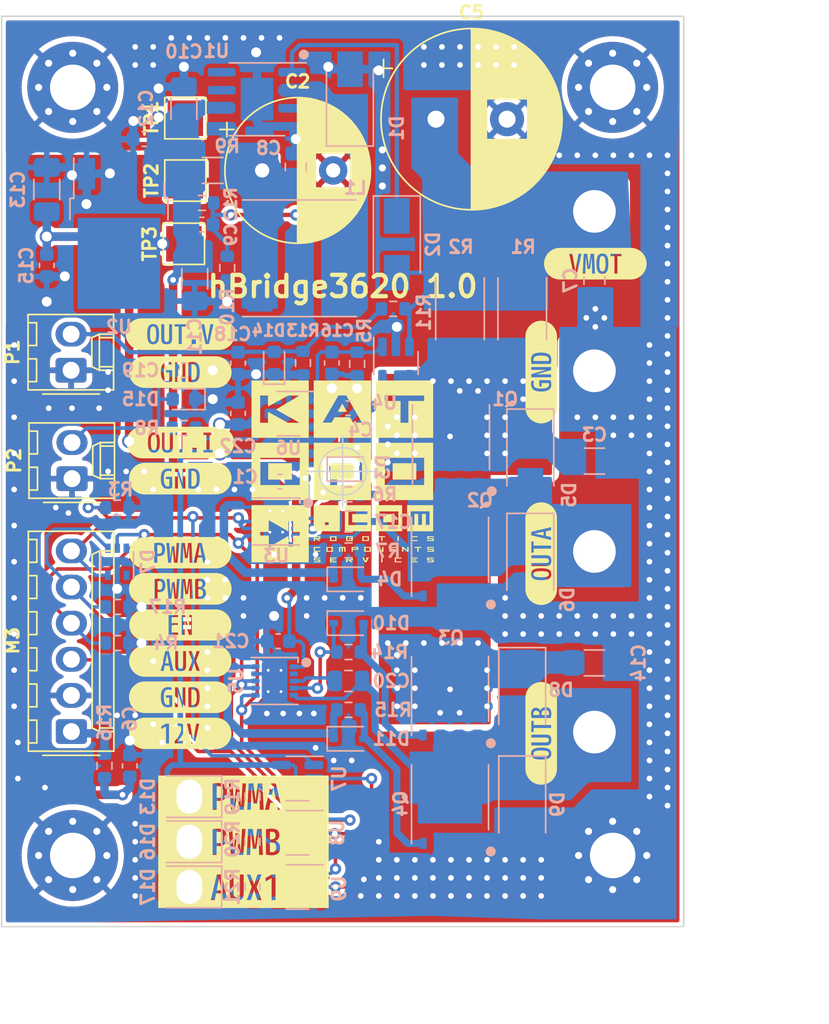
<source format=kicad_pcb>
(kicad_pcb (version 20211014) (generator pcbnew)
  (title_block (title "hBridge3620") (date "2023-01-07") (rev "1.0") (company "Katodo di Mauro Soligo"))
  (layers (0 "F.Cu" signal) (31 "B.Cu" signal) (34 "B.Paste" user) (35 "F.Paste" user) (36 "B.SilkS" user "B.Silkscreen") (37 "F.SilkS" user "F.Silkscreen") (38 "B.Mask" user) (39 "F.Mask" user) (44 "Edge.Cuts" user))
  (net 0 "")
  (net 1 "VMOT")
  (net 2 "GND")
  (net 3 "+12V")
  (net 4 "/VMOTOUT")
  (net 5 "Net-(C9-Pad2)")
  (net 6 "/ISENSE")
  (net 7 "Net-(C17-Pad2)")
  (net 8 "/CURRENT")
  (net 9 "+3V3")
  (net 10 "/OUTA")
  (net 11 "Net-(C20-Pad2)")
  (net 12 "Net-(C18-Pad1)")
  (net 13 "/OUTB")
  (net 14 "/HOA")
  (net 16 "PWMA")
  (net 17 "PWMB")
  (net 18 "EN")
  (net 19 "/HOGA")
  (net 20 "/LOA")
  (net 21 "/LOGA")
  (net 22 "/HOB")
  (net 23 "/HOGB")
  (net 24 "/LOB")
  (net 25 "/LOGB")
  (net 26 "/ISENSEOUT")
  (net 27 "/CSP")
  (net 28 "/SW")
  (net 29 "/VIN")
  (net 30 "/LED_PWMA")
  (net 31 "/LED_PWMB")
  (net 32 "Net-(M3-Pad1)")
  (net 33 "AUX")
  (net 34 "/L_PWMA")
  (net 35 "/L_PWMB")
  (net 36 "/L_AUX")
  (net 37 "/LED_AUX")
  (footprint "Connector_Wire:SolderWire-2.5sqmm_1x01_D2.4mm_OD4.4mm" (layer "F.Cu") (at 163.840402 100.006124)
    (fp_text reference "M2" hide)
    (fp_text value "HIGHCURRENTPAD2" hide)
  )
  (footprint "kibuzzard-63B18C79" (layer "F.Cu") (at 160.095402 112.861124 90)
    (fp_text reference "kibuzzard-63B18C79" hide)
    (fp_text value "G***" hide)
  )
  (footprint "kibuzzard-63934749" (layer "F.Cu") (at 134.695402 117.876124)
    (fp_text reference "kibuzzard-63934749" hide)
    (fp_text value "G***" hide)
  )
  (footprint "Capacitor_THT:CP_Radial_D12.5mm_P5.00mm" (layer "F.Cu") (at 152.691443 82.316124)
    (fp_text reference "C5")
    (fp_text value "330uF 50V")
  )
  (footprint "Connector_Molex:Molex_KK-254_AE-6410-06A_1x06_P2.54mm_Vertical" (layer "F.Cu") (at 127.030402 125.369124 90)
    (fp_text reference "M3")
    (fp_text value "KK-254-06" hide)
  )
  (footprint "kibuzzard-63934BD9" (layer "F.Cu") (at 134.695402 100.096124)
    (fp_text reference "kibuzzard-63934BD9" hide)
    (fp_text value "G***" hide)
  )
  (footprint "TestPoint:TestPoint_Pad_2.5x2.5mm" (layer "F.Cu") (at 134.949402 91.079124 90)
    (fp_text reference "TP3")
    (fp_text value "TESTPAD" hide)
  )
  (footprint "TestPoint:TestPoint_Pad_2.5x2.5mm" (layer "F.Cu") (at 135.051902 82.254124 90)
    (fp_text reference "TP1")
    (fp_text value "TESTPAD" hide)
  )
  (footprint "Connector_Wire:SolderWire-2.5sqmm_1x01_D2.4mm_OD4.4mm" (layer "F.Cu") (at 163.840402 88.801124)
    (fp_text reference "M1" hide)
    (fp_text value "HIGHCURRENTPAD2" hide)
  )
  (footprint "Connector_Molex:Molex_KK-254_AE-6410-02A_1x02_P2.54mm_Vertical" (layer "F.Cu") (at 127.010402 99.969124 90)
    (fp_text reference "P1")
    (fp_text value "KK-254-02" hide)
  )
  (footprint "Capacitor_THT:CP_Radial_D10.0mm_P5.00mm" (layer "F.Cu") (at 140.455725 85.919124)
    (fp_text reference "C2")
    (fp_text value "330uF 25V")
  )
  (footprint "MountingHole:MountingHole_3.2mm_M3_Pad_Via" (layer "F.Cu") (at 165.125402 80.081124)
    (fp_text reference "H1" hide)
    (fp_text value "MountingHole_Pad" hide)
  )
  (footprint "kibuzzard-63B83704" (layer "F.Cu") (at 139.140402 133.116124)
    (fp_text reference "kibuzzard-63B83704" hide)
    (fp_text value "G***" hide)
  )
  (footprint "kibuzzard-63934BD9" (layer "F.Cu") (at 160.095402 100.096124 90)
    (fp_text reference "kibuzzard-63934BD9" hide)
    (fp_text value "G***" hide)
  )
  (footprint "MountingHole:MountingHole_3.2mm_M3_Pad_Via" (layer "F.Cu") (at 165.125402 134.081124)
    (fp_text reference "H2" hide)
    (fp_text value "MountingHole_Pad" hide)
  )
  (footprint "katodo:Katodo" (layer "F.Cu") (at 146.125402 107.081124)
    (fp_text reference "G***" hide)
    (fp_text value "LOGO" hide)
  )
  (footprint "kibuzzard-6393473F" (layer "F.Cu") (at 134.695402 115.336124)
    (fp_text reference "kibuzzard-6393473F" hide)
    (fp_text value "G***" hide)
  )
  (footprint "TestPoint:TestPoint_Pad_2.5x2.5mm" (layer "F.Cu") (at 135.051902 86.634124 90)
    (fp_text reference "TP2")
    (fp_text value "TESTPAD" hide)
  )
  (footprint "MountingHole:MountingHole_3.2mm_M3_Pad_Via" (layer "F.Cu") (at 127.125402 134.081124)
    (fp_text reference "H4" hide)
    (fp_text value "MountingHole_Pad" hide)
  )
  (footprint "MountingHole:MountingHole_3.2mm_M3_Pad_Via" (layer "F.Cu") (at 127.125402 80.081124)
    (fp_text reference "H3" hide)
    (fp_text value "MountingHole_Pad" hide)
  )
  (footprint "kibuzzard-63934735" (layer "F.Cu") (at 134.695402 112.796124)
    (fp_text reference "kibuzzard-63934735" hide)
    (fp_text value "G***" hide)
  )
  (footprint "Connector_Wire:SolderWire-2.5sqmm_1x01_D2.4mm_OD4.4mm" (layer "F.Cu") (at 163.840402 112.706124)
    (fp_text reference "OUTA1" hide)
    (fp_text value "HIGHCURRENTPAD2" hide)
  )
  (footprint "kibuzzard-63AF517B" (layer "F.Cu") (at 134.695402 97.429124)
    (fp_text reference "kibuzzard-63AF517B" hide)
    (fp_text value "G***" hide)
  )
  (footprint "Connector_Molex:Molex_KK-254_AE-6410-02A_1x02_P2.54mm_Vertical" (layer "F.Cu") (at 127.075402 107.589124 90)
    (fp_text reference "P2")
    (fp_text value "KK-254-02" hide)
  )
  (footprint "Connector_Wire:SolderWire-2.5sqmm_1x01_D2.4mm_OD4.4mm" (layer "F.Cu") (at 163.840402 125.406124)
    (fp_text reference "OUTB1" hide)
    (fp_text value "HIGHCURRENTPAD2" hide)
  )
  (footprint "kibuzzard-63B18A56" (layer "F.Cu") (at 134.695402 125.496124)
    (fp_text reference "kibuzzard-63B18A56" hide)
    (fp_text value "G***" hide)
  )
  (footprint "kibuzzard-63B18C51" (layer "F.Cu") (at 163.905402 92.476124)
    (fp_text reference "kibuzzard-63B18C51" hide)
    (fp_text value "G***" hide)
  )
  (footprint "kibuzzard-63B18C86" (layer "F.Cu") (at 160.095402 125.496124 90)
    (fp_text reference "kibuzzard-63B18C86" hide)
    (fp_text value "G***" hide)
  )
  (footprint "kibuzzard-63934750" (layer "F.Cu") (at 134.695402 120.416124)
    (fp_text reference "kibuzzard-63934750" hide)
    (fp_text value "G***" hide)
  )
  (footprint "kibuzzard-63AF5189" (layer "F.Cu") (at 134.695402 105.049124)
    (fp_text reference "kibuzzard-63AF5189" hide)
    (fp_text value "G***" hide)
  )
  (footprint "kibuzzard-63934760" (layer "F.Cu") (at 134.695402 122.956124)
    (fp_text reference "kibuzzard-63934760" hide)
    (fp_text value "G***" hide)
  )
  (footprint "kibuzzard-63934BD9" (layer "F.Cu") (at 134.695402 107.589124)
    (fp_text reference "kibuzzard-63934BD9" hide)
    (fp_text value "G***" hide)
  )
  (footprint "Package_TO_SOT_SMD:TO-252-2" (layer "B.Cu") (at 130.378402 90.352124 -90)
    (fp_text reference "U2")
    (fp_text value "LD1117DT33TR")
  )
  (footprint "Capacitor_SMD:C_0603_1608Metric" (layer "B.Cu") (at 141.587402 119.019124)
    (fp_text reference "C21")
    (fp_text value "100nF 50V")
  )
  (footprint "Capacitor_SMD:C_1206_3216Metric_Pad1.33x1.80mm_HandSolder" (layer "B.Cu") (at 125.297402 87.269124 90)
    (fp_text reference "C13")
    (fp_text value "22uF 25V")
  )
  (footprint "Resistor_SMD:R_2512_6332Metric" (layer "B.Cu") (at 158.760402 95.651124 -90)
    (fp_text reference "R1")
    (fp_text value "8mΩ")
  )
  (footprint "Resistor_SMD:R_0603_1608Metric" (layer "B.Cu") (at 130.250402 116.606124)
    (fp_text reference "R17")
    (fp_text value "10K")
  )
  (footprint "katodo:U-DFN3030-10_3.1x3.1mm_P0.5mm_EP1.8x2.6mm_ThermalVias" (layer "B.Cu") (at 141.333402 121.813124 180)
    (fp_text reference "U5")
    (fp_text value "DGD05473FNQ")
  )
  (footprint "Capacitor_SMD:C_0603_1608Metric" (layer "B.Cu") (at 125.297402 92.603124 -90)
    (fp_text reference "C15")
    (fp_text value "100nF 50V")
  )
  (footprint "Diode_SMD:D_SMA" (layer "B.Cu") (at 159.333402 113.431124 -90)
    (fp_text reference "D6")
    (fp_text value "SS210 100V 2A")
  )
  (footprint "Capacitor_SMD:C_0805_2012Metric" (layer "B.Cu") (at 142.823402 85.679124 90)
    (fp_text reference "C8")
    (fp_text value "1uF 35V")
  )
  (footprint "Package_TO_SOT_SMD:SOT-23-5" (layer "B.Cu") (at 142.950402 136.291124 180)
    (fp_text reference "U9")
    (fp_text value "SN74AHCT1G00DBVR")
  )
  (footprint "katodo:DFN-8-1EP_5.55x5.2mm_P1.27mm_EP4.12x4.6mm_MOSFET_3PIN" (layer "B.Cu") (at 153.680402 113.091124 90)
    (fp_text reference "Q2")
    (fp_text value "RU6888M")
  )
  (footprint "Resistor_SMD:R_0603_1608Metric" (layer "B.Cu") (at 146.535402 112.631625)
    (fp_text reference "R7")
    (fp_text value "22R")
  )
  (footprint "Diode_SMD:D_SOD-323" (layer "B.Cu") (at 146.535402 114.663625)
    (fp_text reference "D4")
    (fp_text value "1N4148WS")
  )
  (footprint "katodo:U-DFN3030-10_3.1x3.1mm_P0.5mm_EP1.8x2.6mm_ThermalVias" (layer "B.Cu") (at 141.449903 110.599625 180)
    (fp_text reference "U3")
    (fp_text value "DGD05473FNQ")
  )
  (footprint "Capacitor_SMD:C_0603_1608Metric" (layer "B.Cu") (at 141.703903 107.805625)
    (fp_text reference "C1")
    (fp_text value "100nF 50V")
  )
  (footprint "Capacitor_SMD:C_0805_2012Metric" (layer "B.Cu") (at 146.535402 121.813124 180)
    (fp_text reference "C20")
    (fp_text value "100nF 100V")
  )
  (footprint "Capacitor_SMD:C_1206_3216Metric_Pad1.33x1.80mm_HandSolder" (layer "B.Cu") (at 135.711402 93.539124 -90)
    (fp_text reference "C11")
    (fp_text value "10uF 50V")
  )
  (footprint "Capacitor_SMD:C_0603_1608Metric" (layer "B.Cu") (at 138.759402 103.004124 90)
    (fp_text reference "C22")
    (fp_text value "100nF 50V")
  )
  (footprint "Resistor_SMD:R_0603_1608Metric" (layer "B.Cu") (at 130.250402 119.146124)
    (fp_text reference "R4")
    (fp_text value "10K")
  )
  (footprint "Diode_SMD:D_SMA" (layer "B.Cu") (at 146.633402 80.807124 90)
    (fp_text reference "D1")
    (fp_text value "SS210 100V 2A")
  )
  (footprint "Capacitor_SMD:C_0805_2012Metric" (layer "B.Cu") (at 146.535402 110.599625 180)
    (fp_text reference "C17")
    (fp_text value "100nF 100V")
  )
  (footprint "Resistor_SMD:R_0603_1608Metric" (layer "B.Cu") (at 134.949402 104.033124)
    (fp_text reference "R8")
    (fp_text value "1K")
  )
  (footprint "Resistor_SMD:R_0603_1608Metric" (layer "B.Cu") (at 143.331402 99.461124 -90)
    (fp_text reference "R13")
    (fp_text value "10K")
  )
  (footprint "Capacitor_SMD:C_1206_3216Metric_Pad1.33x1.80mm_HandSolder" (layer "B.Cu") (at 134.949402 81.601124 90)
    (fp_text reference "C10")
    (fp_text value "10uF 50V")
  )
  (footprint "katodo:DFN-8-1EP_5.55x5.2mm_P1.27mm_EP4.12x4.6mm_MOSFET_3PIN" (layer "B.Cu") (at 153.745402 105.176124 90)
    (fp_text reference "Q1")
    (fp_text value "RU6888M")
  )
  (footprint "Diode_SMD:D_SMA" (layer "B.Cu") (at 149.935402 91.116124 -90)
    (fp_text reference "D2")
    (fp_text value "SS210 100V 2A")
  )
  (footprint "Capacitor_SMD:C_1206_3216Metric_Pad1.33x1.80mm_HandSolder" (layer "B.Cu") (at 163.840402 106.356124 180)
    (fp_text reference "C3")
    (fp_text value "10uF 50V")
  )
  (footprint "Capacitor_SMD:C_1206_3216Metric_Pad1.33x1.80mm_HandSolder" (layer "B.Cu") (at 163.840402 120.543124 180)
    (fp_text reference "C14")
    (fp_text value "10uF 50V")
  )
  (footprint "katodo:DFN-8-1EP_5.55x5.2mm_P1.27mm_EP4.12x4.6mm_MOSFET_3PIN" (layer "B.Cu") (at 153.680402 122.866124 90)
    (fp_text reference "Q3")
    (fp_text value "RU6888M")
  )
  (footprint "katodo:DFN-8-1EP_5.55x5.2mm_P1.27mm_EP4.12x4.6mm_MOSFET_3PIN" (layer "B.Cu") (at 153.680402 130.486124 90)
    (fp_text reference "Q4")
    (fp_text value "RU6888M")
  )
  (footprint "Resistor_SMD:R_1206_3216Metric" (layer "B.Cu") (at 136.981402 85.919124)
    (fp_text reference "R9")
    (fp_text value "0.15R")
  )
  (footprint "Resistor_SMD:R_0603_1608Metric" (layer "B.Cu") (at 139.775402 133.116124 90)
    (fp_text reference "R20")
    (fp_text value "1K")
  )
  (footprint "Resistor_SMD:R_0603_1608Metric" (layer "B.Cu") (at 147.141402 99.524124 -90)
    (fp_text reference "R5")
    (fp_text value "210K")
  )
  (footprint "Diode_SMD:D_SMA" (layer "B.Cu") (at 158.760402 122.866124 -90)
    (fp_text reference "D8")
    (fp_text value "SS210 100V 2A")
  )
  (footprint "Capacitor_SMD:C_0603_1608Metric" (layer "B.Cu") (at 146.506402 102.636124 180)
    (fp_text reference "C4")
    (fp_text value "100nF 50V")
  )
  (footprint "Resistor_SMD:R_2512_6332Metric" (layer "B.Cu") (at 154.380402 95.651124 -90)
    (fp_text reference "R2")
    (fp_text value "8mΩ")
  )
  (footprint "LED_SMD:LED_1206_3216Metric_ReverseMount_Hole1.8x2.4mm" (layer "B.Cu") (at 135.330402 136.291124 180)
    (fp_text reference "D17")
    (fp_text value "LED_RVMNT_RED")
  )
  (footprint "Capacitor_SMD:C_0603_1608Metric" (layer "B.Cu") (at 138.759402 99.474124 -90)
    (fp_text reference "C18")
    (fp_text value "100nF 50V")
  )
  (footprint "Inductor_SMD:L_Taiyo-Yuden_NR-80xx" (layer "B.Cu") (at 143.083402 92.095124 180)
    (fp_text reference "L1")
    (fp_text value "YNR8040-101M")
  )
  (footprint "Capacitor_SMD:C_0603_1608Metric" (layer "B.Cu") (at 132.155402 83.713124 180)
    (fp_text reference "C12")
    (fp_text value "100nF 50V")
  )
  (footprint "Resistor_SMD:R_0603_1608Metric" (layer "B.Cu") (at 137.997402 92.777124 90)
    (fp_text reference "R10")
    (fp_text value "2K7")
  )
  (footprint "Diode_SMD:D_SOD-323" (layer "B.Cu") (at 146.535402 106.916625)
    (fp_text reference "D3")
    (fp_text value "1N4148WS")
  )
  (footprint "Resistor_SMD:R_0603_1608Metric" (layer "B.Cu") (at 136.219402 88.205124 180)
    (fp_text reference "R12")
    (fp_text value "23K2")
  )
  (footprint "LED_SMD:LED_1206_3216Metric_ReverseMount_Hole1.8x2.4mm" (layer "B.Cu") (at 135.330402 133.116124 180)
    (fp_text reference "D16")
    (fp_text value "LED_RVMNT_GREEN")
  )
  (footprint "Diode_SMD:D_0603_1608Metric" (layer "B.Cu") (at 141.299402 99.461124 90)
    (fp_text reference "D14")
    (fp_text value "PESD5V0X1BCSFYL")
  )
  (footprint "Diode_SMD:D_SMA" (layer "B.Cu") (at 159.333402 106.097124 -90)
    (fp_text reference "D5")
    (fp_text value "SS210 100V 2A")
  )
  (footprint "Package_SO:SOIC-8-1EP_3.9x4.9mm_P1.27mm_EP2.29x3mm" (layer "B.Cu") (at 140.091402 80.919124 180)
    (fp_text reference "U1")
    (fp_text value "XL7045")
  )
  (footprint "Capacitor_SMD:C_0805_2012Metric" (layer "B.Cu") (at 163.840402 93.656124 -90)
    (fp_text reference "C7")
    (fp_text value "100nF 100V")
  )
  (footprint "Package_TO_SOT_SMD:SOT-23-5" (layer "B.Cu") (at 142.315402 103.017124 180)
    (fp_text reference "U6")
    (fp_text value "LMV321")
  )
  (footprint "Capacitor_SMD:C_0603_1608Metric" (layer "B.Cu") (at 136.219402 89.729124)
    (fp_text reference "C9")
    (fp_text value "33n 50V")
  )
  (footprint "Capacitor_SMD:C_0603_1608Metric" (layer "B.Cu") (at 134.949402 99.969124)
    (fp_text reference "C19")
    (fp_text value "100nF 50V")
  )
  (footprint "Resistor_SMD:R_0603_1608Metric" (layer "B.Cu") (at 129.361402 127.782124 -90)
    (fp_text reference "R16")
    (fp_text value "0R")
  )
  (footprint "Resistor_SMD:R_0603_1608Metric" (layer "B.Cu") (at 139.775402 129.941124 90)
    (fp_text reference "R19")
    (fp_text value "1K")
  )
  (footprint "Package_TO_SOT_SMD:SOT-23-5" (layer "B.Cu") (at 149.870402 99.461124 -90)
    (fp_text reference "U4")
    (fp_text value "INA169NA/3K")
  )
  (footprint "Package_TO_SOT_SMD:SOT-23-5" (layer "B.Cu") (at 142.950402 128.671124 180)
    (fp_text reference "U7")
    (fp_text value "SN74AHCT1G00DBVR")
  )
  (footprint "Diode_SMD:D_SOD-323" (layer "B.Cu") (at 146.535402 117.749124)
    (fp_text reference "D10")
    (fp_text value "1N4148WS")
  )
  (footprint "Resistor_SMD:R_0603_1608Metric" (layer "B.Cu") (at 146.535402 108.694625)
    (fp_text reference "R6")
    (fp_text value "22R")
  )
  (footprint "Capacitor_SMD:C_0603_1608Metric" (layer "B.Cu") (at 145.363402 99.461124 -90)
    (fp_text reference "C16")
    (fp_text value "100nF 50V")
  )
  (footprint "Resistor_SMD:R_0603_1608Metric" (layer "B.Cu") (at 149.681402 95.651124)
    (fp_text reference "R11")
    (fp_text value "1K")
  )
  (footprint "LED_SMD:LED_1206_3216Metric_ReverseMount_Hole1.8x2.4mm" (layer "B.Cu") (at 135.330402 129.941124 180)
    (fp_text reference "D13")
    (fp_text value "LED_RVMNT_ORANGE")
  )
  (footprint "Resistor_SMD:R_0603_1608Metric" (layer "B.Cu") (at 139.775402 136.291124 90)
    (fp_text reference "R21")
    (fp_text value "1K")
  )
  (footprint "Resistor_SMD:R_0603_1608Metric" (layer "B.Cu") (at 146.535402 123.845124)
    (fp_text reference "R15")
    (fp_text value "22R")
  )
  (footprint "Package_TO_SOT_SMD:SOT-23-5" (layer "B.Cu") (at 142.950402 132.481124 180)
    (fp_text reference "U8")
    (fp_text value "SN74AHCT1G00DBVR")
  )
  (footprint "Resistor_SMD:R_0603_1608Metric" (layer "B.Cu") (at 130.250402 109.621124)
    (fp_text reference "R3")
    (fp_text value "10K")
  )
  (footprint "Diode_SMD:D_SMA" (layer "B.Cu") (at 158.760402 130.486124 -90)
    (fp_text reference "D9")
    (fp_text value "SS210 100V 2A")
  )
  (footprint "Diode_SMD:D_0603_1608Metric" (layer "B.Cu") (at 134.949402 102.001124 180)
    (fp_text reference "D15")
    (fp_text value "PESD5V0X1BCSFYL")
  )
  (footprint "Package_TO_SOT_SMD:SOT-363_SC-70-6" (layer "B.Cu") (at 130.250402 113.431124 90)
    (fp_text reference "D7")
    (fp_text value "SMF05CT1G")
  )
  (footprint "Diode_SMD:D_SOD-323" (layer "B.Cu") (at 146.535402 125.877124)
    (fp_text reference "D11")
    (fp_text value "1N4148WS")
  )
  (footprint "Capacitor_SMD:C_0603_1608Metric" (layer "B.Cu") (at 131.139402 127.782124 90)
    (fp_text reference "C6")
    (fp_text value "100nF 50V")
  )
  (footprint "Resistor_SMD:R_0603_1608Metric" (layer "B.Cu") (at 146.535402 119.781124)
    (fp_text reference "R14")
    (fp_text value "22R")
  )
  (gr_circle (center 156.61838 108.471205) (end 156.91838 108.471205) (layer "B.SilkS") (width 0.1) (fill solid))
  (gr_circle (center 143.386371 77.776027) (end 143.686371 77.776027) (layer "B.SilkS") (width 0.1) (fill solid))
  (gr_circle (center 156.545272 133.797802) (end 156.845272 133.797802) (layer "B.SilkS") (width 0.1) (fill solid))
  (gr_circle (center 143.68922 109.299625) (end 143.98922 109.299625) (layer "B.SilkS") (width 0.1) (fill solid))
  (gr_circle (center 156.549145 126.191943) (end 156.849145 126.191943) (layer "B.SilkS") (width 0.1) (fill solid))
  (gr_circle (center 156.55311 116.436945) (end 156.85311 116.436945) (layer "B.SilkS") (width 0.1) (fill solid))
  (gr_circle (center 143.567419 120.513124) (end 143.867419 120.513124) (layer "B.SilkS") (width 0.1) (fill solid))
  (gr_rect (start 122.125402 75.081124) (end 170.125402 139.081124) (layer "Edge.Cuts") (width 0.1) (fill none))
  (gr_text "hBridge3620 1.0" (at 146.125402 94.081124) (layer "F.SilkS") (effects (font (size 1.5 1.5) (thickness 0.3))))
  (target plus (at 146.125402 107.081124) (size 5) (width 0.1) (layer "Edge.Cuts"))
  (segment (start 152.988402 93.116124) (end 153.415902 92.688624) (width 0.3) (layer "B.Cu") (net 1))
  (segment (start 150.820402 95.718624) (end 153.850402 92.688624) (width 0.3) (layer "B.Cu") (net 1))
  (segment (start 150.820402 95.965124) (end 150.506402 95.651124) (width 0.3) (layer "B.Cu") (net 1))
  (segment (start 150.820402 98.633624) (end 150.820402 95.718624) (width 0.3) (layer "B.Cu") (net 1))
  (segment (start 149.935402 93.116124) (end 152.988402 93.116124) (width 0.3) (layer "B.Cu") (net 1))
  (segment (start 153.850402 92.688624) (end 154.380402 92.688624) (width 0.3) (layer "B.Cu") (net 1))
  (segment (start 150.820402 98.633624) (end 150.820402 95.965124) (width 0.3) (layer "B.Cu") (net 1))
  (segment (start 153.415902 92.688624) (end 154.380402 92.688624) (width 0.3) (layer "B.Cu") (net 1))
  (segment (start 150.820402 98.323624) (end 150.820402 98.633624) (width 0.3) (layer "B.Cu") (net 1))
  (via (at 131.393402 82.443124) (size 1) (drill 0.7) (layers "F.Cu" "B.Cu") (net 2))
  (via (at 168.985402 98.826124) (size 0.8) (drill 0.4) (layers "F.Cu" "B.Cu") (net 2))
  (via (at 147.395402 136.926124) (size 0.8) (drill 0.4) (layers "F.Cu" "B.Cu") (net 2))
  (via (at 145.363402 101.239124) (size 1) (drill 0.7) (layers "F.Cu" "B.Cu") (net 2))
  (via (at 163.905402 95.651124) (size 0.8) (drill 0.4) (layers "F.Cu" "B.Cu") (net 2))
  (via (at 168.985402 102.636124) (size 0.8) (drill 0.4) (layers "F.Cu" "B.Cu") (net 2))
  (via (at 168.985402 105.176124) (size 0.8) (drill 0.4) (layers "F.Cu" "B.Cu") (net 2))
  (via (at 158.825402 136.926124) (size 0.8) (drill 0.4) (layers "F.Cu" "B.Cu") (net 2))
  (via (at 140.791402 124.099124) (size 0.8) (drill 0.4) (layers "F.Cu" "B.Cu") (net 2))
  (via (at 123.000902 100.730081) (size 0.8) (drill 0.4) (layers "F.Cu" "B.Cu") (net 2))
  (via (at 123.000902 123.591124) (size 0.8) (drill 0.4) (layers "F.Cu" "B.Cu") (net 2))
  (via (at 131.520402 136.926124) (size 0.8) (drill 0.4) (layers "F.Cu" "B.Cu") (net 2))
  (via (at 139.140402 76.601124) (size 0.8) (drill 0.4) (layers "F.Cu" "B.Cu") (net 2))
  (via (at 168.985402 107.716124) (size 0.8) (drill 0.4) (layers "F.Cu" "B.Cu") (net 2))
  (via (at 149.935402 96.921124) (size 1) (drill 0.7) (layers "F.Cu" "B.Cu") (net 2))
  (via (at 168.985402 122.956124) (size 0.8) (drill 0.4) (layers "F.Cu" "B.Cu") (net 2))
  (via (at 168.985402 92.476124) (size 0.8) (drill 0.4) (layers "F.Cu" "B.Cu") (net 2))
  (via (at 137.870402 76.601124) (size 0.8) (drill 0.4) (layers "F.Cu" "B.Cu") (net 2))
  (via (at 136.600402 115.971124) (size 0.8) (drill 0.4) (layers "F.Cu" "B.Cu") (net 2))
  (via (at 158.190402 77.236124) (size 0.8) (drill 0.4) (layers "F.Cu" "B.Cu") (net 2))
  (via (at 167.715402 117.241124) (size 0.8) (drill 0.4) (layers "F.Cu" "B.Cu") (net 2))
  (via (at 163.905402 84.856124) (size 0.8) (drill 0.4) (layers "F.Cu" "B.Cu") (net 2))
  (via (at 168.985402 103.906124) (size 0.8) (drill 0.4) (layers "F.Cu" "B.Cu") (net 2))
  (via (at 143.585402 115.971124) (size 0.8) (drill 0.4) (layers "F.Cu" "B.Cu") (net 2))
  (via (at 155.015402 134.386124) (size 0.8) (drill 0.4) (layers "F.Cu" "B.Cu") (net 2))
  (via (at 133.425402 126.131124) (size 0.8) (drill 0.4) (layers "F.Cu" "B.Cu") (net 2))
  (via (at 147.395402 115.971124) (size 0.8) (drill 0.4) (layers "F.Cu" "B.Cu") (net 2))
  (via locked (at 145.490402 127.401124) (size 0.8) (drill 0.4) (layers "F.Cu" "B.Cu") (net 2))
  (via (at 130.250402 115.336124) (size 1) (drill 0.7) (layers "F.Cu" "B.Cu") (net 2))
  (via (at 123.000902 108.351124) (size 0.8) (drill 0.4) (layers "F.Cu" "B.Cu") (net 2))
  (via (at 168.985402 112.796124) (size 0.8) (drill 0.4) (layers "F.Cu" "B.Cu") (net 2))
  (via (at 157.555402 117.241124) (size 0.8) (drill 0.4) (layers "F.Cu" "B.Cu") (net 2))
  (via (at 136.600402 125.115124) (size 0.8) (drill 0.4) (layers "F.Cu" "B.Cu") (net 2))
  (via (at 148.665402 135.656124) (size 0.8) (drill 0.4) (layers "F.Cu" "B.Cu") (net 2))
  (via (at 125.170402 129.306124) (size 0.8) (drill 0.4) (layers "F.Cu" "B.Cu") (net 2))
  (via (at 168.985402 121.686124) (size 0.8) (drill 0.4) (layers "F.Cu" "B.Cu") (net 2))
  (via (at 136.600402 122.321124) (size 0.8) (drill 0.4) (layers "F.Cu" "B.Cu") (net 2))
  (via (at 168.985402 117.876124) (size 0.8) (drill 0.4) (layers "F.Cu" "B.Cu") (net 2))
  (via (at 123.000902 105.810081) (size 0.8) (drill 0.4) (layers "F.Cu" "B.Cu") (net 2))
  (via (at 136.981402 99.969124) (size 1) (drill 0.7) (layers "F.Cu" "B.Cu") (net 2))
  (via (at 144.855402 115.971124) (size 0.8) (drill 0.4) (layers "F.Cu" "B.Cu") (net 2))
  (via (at 156.285402 135.656124) (size 0.8) (drill 0.4) (layers "F.Cu" "B.Cu") (net 2))
  (via (at 153.745402 135.656124) (size 0.8) (drill 0.4) (layers "F.Cu" "B.Cu") (net 2))
  (via (at 153.110402 77.236124) (size 0.8) (drill 0.4) (layers "F.Cu" "B.Cu") (net 2))
  (via (at 128.091402 88.285124) (size 1) (drill 0.7) (layers "F.Cu" "B.Cu") (net 2))
  (via (at 160.095402 134.386124) (size 0.8) (drill 0.4) (layers "F.Cu" "B.Cu") (net 2))
  (via (at 158.825402 135.656124) (size 0.8) (drill 0.4) (layers "F.Cu" "B.Cu") (net 2))
  (via (at 132.155402 107.081124) (size 0.8) (drill 0.4) (layers "F.Cu" "B.Cu") (net 2))
  (via (at 167.715402 99.461124) (size 0.8) (drill 0.4) (layers "F.Cu" "B.Cu") (net 2))
  (via (at 168.985402 114.066124) (size 0.8) (drill 0.4) (layers "F.Cu" "B.Cu") (net 2))
  (via (at 168.985402 100.096124) (size 0.8) (drill 0.4) (layers "F.Cu" "B.Cu") (net 2))
  (via (at 147.611902 135.763121) (size 0.8) (drill 0.4) (layers "F.Cu" "B.Cu") (net 2))
  (via (at 131.965902 116.606124) (size 1) (drill 0.7) (layers "F.Cu" "B.Cu") (net 2))
  (via (at 146.125402 115.971124) (size 0.8) (drill 0.4) (layers "F.Cu" "B.Cu") (net 2))
  (via (at 168.985402 126.766124) (size 0.8) (drill 0.4) (layers "F.Cu" "B.Cu") (net 2))
  (via (at 148.665402 133.116124) (size 0.8) (drill 0.4) (layers "F.Cu" "B.Cu") (net 2))
  (via (at 163.905402 118.511124) (size 0.8) (drill 0.4) (layers "F.Cu" "B.Cu") (net 2))
  (via (at 132.790402 77.236124) (size 0.8) (drill 0.4) (layers "F.Cu" "B.Cu") (net 2))
  (via (at 140.410402 76.601124) (size 0.8) (drill 0.4) (layers "F.Cu" "B.Cu") (net 2))
  (via (at 168.985402 120.416124) (size 0.8) (drill 0.4) (layers "F.Cu" "B.Cu") (net 2))
  (via (at 136.600402 114.701124) (size 0.8) (drill 0.4) (layers "F.Cu" "B.Cu") (net 2))
  (via (at 136.981402 102.001124) (size 1) (drill 0.7) (layers "F.Cu" "B.Cu") (net 2))
  (via (at 168.985402 125.496124) (size 0.8) (drill 0.4) (layers "F.Cu" "B.Cu") (net 2))
  (via (at 168.985402 116.606124) (size 0.8) (drill 0.4) (layers "F.Cu" "B.Cu") (net 2))
  (via (at 167.715402 112.161124) (size 0.8) (drill 0.4) (layers "F.Cu" "B.Cu") (net 2))
  (via (at 162.635402 103.271124) (size 0.8) (drill 0.4) (layers "F.Cu" "B.Cu") (net 2))
  (via (at 141.680402 76.601124) (size 0.8) (drill 0.4) (layers "F.Cu" "B.Cu") (net 2))
  (via (at 148.919402 84.475124) (size 0.8) (drill 0.5) (layers "F.Cu" "B.Cu") (net 2))
  (via (at 157.555402 134.386124) (size 0.8) (drill 0.4) (layers "F.Cu" "B.Cu") (net 2))
  (via (at 168.985402 89.936124) (size 0.8) (drill 0.4) (layers "F.Cu" "B.Cu") (net 2))
  (via (at 168.985402 101.366124) (size 0.8) (drill 0.4) (layers "F.Cu" "B.Cu") (net 2))
  (via (at 123.000902 121.051124) (size 0.8) (drill 0.4) (layers "F.Cu" "B.Cu") (net 2))
  (via (at 126.567402 93.365124) (size 1) (drill 0.7) (layers "F.Cu" "B.Cu") (net 2))
  (via (at 156.920402 78.506124) (size 0.8) (drill 0.4) (layers "F.Cu" "B.Cu") (net 2))
  (via (at 165.175402 103.271124) (size 0.8) (drill 0.4) (layers "F.Cu" "B.Cu") (net 2))
  (via (at 160.095402 117.241124) (size 0.8) (drill 0.4) (layers "F.Cu" "B.Cu") (net 2))
  (via (at 148.665402 136.926124) (size 0.8) (drill 0.4) (layers "F.Cu" "B.Cu") (net 2))
  (via (at 167.715402 100.731124) (size 0.8) (drill 0.4) (layers "F.Cu" "B.Cu") (net 2))
  (via (at 168.985402 95.016124) (size 0.8) (drill 0.4) (layers "F.Cu" "B.Cu") (net 2))
  (via (at 166.445402 104.541124) (size 0.8) (drill 0.4) (layers "F.Cu" "B.Cu") (net 2))
  (via (at 135.330402 76.601124) (size 0.8) (drill 0.4) (layers "F.Cu" "B.Cu") (net 2))
  (via (at 131.965902 119.146124) (size 1) (drill 0.7) (layers "F.Cu" "B.Cu") (net 2))
  (via (at 167.715402 126.131124) (size 0.8) (drill 0.4) (layers "F.Cu" "B.Cu") (net 2))
  (via (at 123.000902 113.431124) (size 0.8) (drill 0.4) (layers "F.Cu" "B.Cu") (net 2))
  (via (at 151.840402 78.506124) (size 0.8) (drill 0.4) (layers "F.Cu" "B.Cu") (net 2))
  (via (at 140.029402 77.617124) (size 1) (drill 0.7) (layers "F.Cu" "B.Cu") (net 2))
  (via (at 140.029402 100.248624) (size 1) (drill 0.7) (layers "F.Cu" "B.Cu") (net 2))
  (via (at 144.220402 126.512124) (size 0.8) (drill 0.4) (layers "F.Cu" "B.Cu") (net 2))
  (via (at 137.870402 114.701124) (size 0.8) (drill 0.4) (layers "F.Cu" "B.Cu") (net 2))
  (via (at 160.095402 135.656124) (size 0.8) (drill 0.4) (layers "F.Cu" "B.Cu") (net 2))
  (via (at 123.000902 118.511124) (size 0.8) (drill 0.4) (layers "F.Cu" "B.Cu") (net 2))
  (via (at 166.445402 84.856124) (size 0.8) (drill 0.4) (layers "F.Cu" "B.Cu") (net 2))
  (via (at 153.745402 136.926124) (size 0.8) (drill 0.4) (layers "F.Cu" "B.Cu") (net 2))
  (via (at 144.093402 124.099124) (size 0.8) (drill 0.4) (layers "F.Cu" "B.Cu") (net 2))
  (via (at 148.665402 134.386124) (size 0.8) (drill 0.4) (layers "F.Cu" "B.Cu") (net 2))
  (via (at 128.980402 102.636124) (size 0.8) (drill 0.4) (layers "F.Cu" "B.Cu") (net 2))
  (via (at 167.715402 110.891124) (size 0.8) (drill 0.4) (layers "F.Cu" "B.Cu") (net 2))
  (via (at 161.365402 117.241124) (size 0.8) (drill 0.4) (layers "F.Cu" "B.Cu") (net 2))
  (via (at 161.365402 84.856124) (size 0.8) (drill 0.4) (layers "F.Cu" "B.Cu") (net 2))
  (via (at 149.935402 135.656124) (size 0.8) (drill 0.4) (layers "F.Cu" "B.Cu") (net 2))
  (via (at 129.742402 86.126124) (size 1) (drill 0.7) (layers "F.Cu" "B.Cu") (net 2))
  (via (at 163.905402 103.271124) (size 0.8) (drill 0.4) (layers "F.Cu" "B.Cu") (net 2))
  (via (at 165.175402 84.856124) (size 0.8) (drill 0.4) (layers "F.Cu" "B.Cu") (net 2))
  (via (at 161.365402 118.511124) (size 0.8) (drill 0.4) (layers "F.Cu" "B.Cu") (net 2))
  (via (at 157.555402 115.971124) (size 0.8) (drill 0.4) (layers "F.Cu" "B.Cu") (net 2))
  (via (at 155.650402 78.506124) (size 0.8) (drill 0.4) (layers "F.Cu" "B.Cu") (net 2))
  (via (at 123.000902 103.270081) (size 0.8) (drill 0.4) (layers "F.Cu" "B.Cu") (net 2))
  (via (at 167.715402 105.811124) (size 0.8) (drill 0.4) (layers "F.Cu" "B.Cu") (net 2))
  (via (at 131.520402 77.236124) (size 0.8) (drill 0.4) (layers "F.Cu" "B.Cu") (net 2))
  (via (at 167.715402 107.081124) (size 0.8) (drill 0.4) (layers "F.Cu" "B.Cu") (net 2))
  (via (at 168.985402 119.146124) (size 0.8) (drill 0.4) (layers "F.Cu" "B.Cu") (net 2))
  (via (at 165.175402 104.541124) (size 0.8) (drill 0.4) (layers "F.Cu" "B.Cu") (net 2))
  (via (at 154.380402 78.506124) (size 0.8) (drill 0.4) (layers "F.Cu" "B.Cu") (net 2))
  (via (at 138.505402 108.351124) (size 0.8) (drill 0.4) (layers "F.Cu" "B.Cu") (net 2))
  (via (at 160.095402 136.926124) (size 0.8) (drill 0.4) (layers "F.Cu" "B.Cu") (net 2))
  (via (at 168.985402 111.526124) (size 0.8) (drill 0.4) (layers "F.Cu" "B.Cu") (net 2))
  (via (at 137.235402 108.351124) (size 0.8) (drill 0.4) (layers "F.Cu" "B.Cu") (net 2))
  (via (at 158.825402 118.511124) (size 0.8) (drill 0.4) (layers "F.Cu" "B.Cu") (net 2))
  (via (at 151.205402 135.656124) (size 0.8) (drill 0.4) (layers "F.Cu" "B.Cu") (net 2))
  (via (at 168.985402 93.746124) (size 0.8) (drill 0.4) (layers "F.Cu" "B.Cu") (net 2))
  (via (at 157.555402 136.926124) (size 0.8) (drill 0.4) (layers "F.Cu" "B.Cu") (net 2))
  (via (at 143.077402 124.099124) (size 0.8) (drill 0.4) (layers "F.Cu" "B.Cu") (net 2))
  (via (at 123.265402 128.671124) (size 0.8) (drill 0.4) (layers "F.Cu" "B.Cu") (net 2))
  (via (at 151.840402 77.236124) (size 0.8) (drill 0.4) (layers "F.Cu" "B.Cu") (net 2))
  (via (at 167.715402 102.001124) (size 0.8) (drill 0.4) (layers "F.Cu" "B.Cu") (net 2))
  (via (at 152.475402 136.926124) (size 0.8) (drill 0.4) (layers "F.Cu" "B.Cu") (net 2))
  (via (at 153.110402 78.506124) (size 0.8) (drill 0.4) (layers "F.Cu" "B.Cu") (net 2))
  (via (at 155.015402 135.656124) (size 0.8) (drill 0.4) (layers "F.Cu" "B.Cu") (net 2))
  (via (at 163.905402 117.241124) (size 0.8) (drill 0.4) (layers "F.Cu" "B.Cu") (net 2))
  (via (at 157.555402 135.656124) (size 0.8) (drill 0.4) (layers "F.Cu" "B.Cu") (net 2))
  (via (at 167.715402 118.511124) (size 0.8) (drill 0.4) (layers "F.Cu" "B.Cu") (net 2))
  (via (at 132.790402 78.506124) (size 0.8) (drill 0.4) (layers "F.Cu" "B.Cu") (net 2))
  (via (at 131.520402 135.656124) (size 0.8) (drill 0.4) (layers "F.Cu" "B.Cu") (net 2))
  (via (at 137.997402 95.143124) (size 1) (drill 0.7) (layers "F.Cu" "B.Cu") (net 2))
  (via (at 127.075402 102.636124) (size 0.8) (drill 0.4) (layers "F.Cu" "B.Cu") (net 2))
  (via (at 168.985402 129.306124) (size 0.8) (drill 0.4) (layers "F.Cu" "B.Cu") (net 2))
  (via (at 148.919402 87.015124) (size 0.8) (drill 0.5) (layers "F.Cu" "B.Cu") (net 2))
  (via (at 167.715402 119.781124) (size 0.8) (drill 0.4) (layers "F.Cu" "B.Cu") (net 2))
  (via (at 168.985402 124.226124) (size 0.8) (drill 0.4) (layers "F.Cu" "B.Cu") (net 2))
  (via (at 167.715402 122.321124) (size 0.8) (drill 0.4) (layers "F.Cu" "B.Cu") (net 2))
  (via (at 167.715402 113.431124) (size 0.8) (drill 0.4) (layers "F.Cu" "B.Cu") (net 2))
  (via (at 125.434902 102.636124) (size 0.8) (drill 0.4) (layers "F.Cu" "B.Cu") (net 2))
  (via (at 167.715402 123.591124) (size 0.8) (drill 0.4) (layers "F.Cu" "B.Cu") (net 2))
  (via (at 130.885402 107.081124) (size 0.8) (drill 0.4) (layers "F.Cu" "B.Cu") (net 2))
  (via (at 162.635402 84.856124) (size 0.8) (drill 0.4) (layers "F.Cu" "B.Cu") (net 2))
  (via (at 148.665402 78.887124) (size 1) (drill 0.7) (layers "F.Cu" "B.Cu") (net 2))
  (via (at 168.985402 130.576124) (size 0.8) (drill 0.4) (layers "F.Cu" "B.Cu") (net 2))
  (via (at 158.190402 78.506124) (size 0.8) (drill 0.4) (layers "F.Cu" "B.Cu") (net 2))
  (via (at 163.905402 96.921124) (size 0.8) (drill 0.4) (layers "F.Cu" "B.Cu") (net 2))
  (via (at 131.520402 133.116124) (size 0.8) (drill 0.4) (layers "F.Cu" "B.Cu") (net 2))
  (via (at 155.015402 136.926124) (size 0.8) (drill 0.4) (layers "F.Cu" "B.Cu") (net 2))
  (via (at 139.775402 108.351124) (size 0.8) (drill 0.4) (layers "F.Cu" "B.Cu") (net 2))
  (via (at 125.932402 109.621124) (size 0.8) (drill 0.4) (layers "F.Cu" "B.Cu") (net 2))
  (via (at 142.823402 83.713124) (size 1) (drill 0.7) (layers "F.Cu" "B.Cu") (net 2))
  (via (at 167.715402 127.401124) (size 0.8) (drill 0.4) (layers "F.Cu" "B.Cu") (net 2))
  (via (at 147.141402 101.239124) (size 1) (drill 0.7) (layers "F.Cu" "B.Cu") (net 2))
  (via (at 167.715402 103.271124) (size 0.8) (drill 0.4) (layers "F.Cu" "B.Cu") (net 2))
  (via (at 147.14492 105.39094) (size 0.8) (drill 0.4) (layers "F.Cu" "B.Cu") (net 2))
  (via (at 136.600402 119.781124) (size 0.8) (drill 0.4) (layers "F.Cu" "B.Cu") (net 2))
  (via (at 151.205402 136.926124) (size 0.8) (drill 0.4) (layers "F.Cu" "B.Cu") (net 2))
  (via (at 167.715402 124.861124) (size 0.8) (drill 0.4) (layers "F.Cu" "B.Cu") (net 2))
  (via (at 136.600402 121.051124) (size 0.8) (drill 0.4) (layers "F.Cu" "B.Cu") (net 2))
  (via (at 157.555402 118.511124) (size 0.8) (drill 0.4) (layers "F.Cu" "B.Cu") (net 2))
  (via (at 168.985402 91.206124) (size 0.8) (drill 0.4) (layers "F.Cu" "B.Cu") (net 2))
  (via (at 162.635402 117.241124) (size 0.8) (drill 0.4) (layers "F.Cu" "B.Cu") (net 2))
  (via (at 167.715402 129.941124) (size 0.8) (drill 0.4) (layers "F.Cu" "B.Cu") (net 2))
  (via locked (at 125.297402 95.143124) (size 1) (drill 0.7) (layers "F.Cu" "B.Cu") (net 2))
  (via (at 154.380402 77.236124) (size 0.8) (drill 0.4) (layers "F.Cu" "B.Cu") (net 2))
  (via (at 131.520402 124.226124) (size 0.8) (drill 0.4) (layers "F.Cu" "B.Cu") (net 2))
  (via (at 141.299402 112.923124) (size 0.8) (drill 0.4) (layers "F.Cu" "B.Cu") (net 2))
  (via (at 166.445402 118.511124) (size 0.8) (drill 0.4) (layers "F.Cu" "B.Cu") (net 2))
  (via (at 155.650402 77.236124) (size 0.8) (drill 0.4) (layers "F.Cu" "B.Cu") (net 2))
  (via (at 129.615402 107.081124) (size 0.8) (drill 0.4) (layers "F.Cu" "B.Cu") (net 2))
  (via (at 134.949402 78.633124) (size 1) (drill 0.7) (layers "F.Cu" "B.Cu") (net 2))
  (via (at 134.060402 76.601124) (size 0.8) (drill 0.4) (layers "F.Cu" "B.Cu") (net 2))
  (via (at 123.265402 126.131124) (size 0.8) (drill 0.4) (layers "F.Cu" "B.Cu") (net 2))
  (via (at 149.935402 136.926124) (size 0.8) (drill 0.4) (layers "F.Cu" "B.Cu") (net 2))
  (via (at 131.520402 134.386124) (size 0.8) (drill 0.4) (layers "F.Cu" "B.Cu") (net 2))
  (via (at 167.715402 104.541124) (size 0.8) (drill 0.4) (layers "F.Cu" "B.Cu") (net 2))
  (via (at 127.075402 86.253124) (size 1) (drill 0.7) (layers "F.Cu" "B.Cu") (net 2))
  (via (at 166.445402 117.241124) (size 0.8) (drill 0.4) (layers "F.Cu" "B.Cu") (net 2))
  (via (at 145.109402 78.633124) (size 1) (drill 0.7) (layers "F.Cu" "B.Cu") (net 2))
  (via (at 166.445402 103.271124) (size 0.8) (drill 0.4) (layers "F.Cu" "B.Cu") (net 2))
  (via (at 168.985402 84.856124) (size 0.8) (drill 0.4) (layers "F.Cu" "B.Cu") (net 2))
  (via (at 168.985402 86.126124) (size 0.8) (drill 0.4) (layers "F.Cu" "B.Cu") (net 2))
  (via (at 135.965402 108.351124) (size 0.8) (drill 0.4) (layers "F.Cu" "B.Cu") (net 2))
  (via (at 151.205402 134.386124) (size 0.8) (drill 0.4) (layers "F.Cu" "B.Cu") (net 2))
  (via (at 139.140402 117.241124) (size 0.8) (drill 0.4) (layers "F.Cu" "B.Cu") (net 2))
  (via (at 141.934402 124.099124) (size 0.8) (drill 0.4) (layers "F.Cu" "B.Cu") (net 2))
  (via (at 126.821402 110.002124) (size 0.8) (drill 0.4) (layers "F.Cu" "B.Cu") (net 2))
  (via (at 152.475402 134.386124) (size 0.8) (drill 0.4) (layers "F.Cu" "B.Cu") (net 2))
  (via (at 158.825402 117.241124) (size 0.8) (drill 0.4) (layers "F.Cu" "B.Cu") (net 2))
  (via (at 143.585402 117.241124) (size 0.8) (drill 0.4) (layers "F.Cu" "B.Cu") (net 2))
  (via (at 136.600402 123.591124) (size 0.8) (drill 0.4) (layers "F.Cu" "B.Cu") (net 2))
  (via (at 167.715402 115.971124) (size 0.8) (drill 0.4) (layers "F.Cu" "B.Cu") (net 2))
  (via (at 167.715402 128.671124) (size 0.8) (drill 0.4) (layers "F.Cu" "B.Cu") (net 2))
  (via (at 168.985402 128.036124) (size 0.8) (drill 0.4) (layers "F.Cu" "B.Cu") (net 2))
  (via (at 139.140402 115.971124) (size 0.8) (drill 0.4) (layers "F.Cu" "B.Cu") (net 2))
  (via (at 141.299402 117.241124) (size 1) (drill 0.7) (layers "F.Cu" "B.Cu") (net 2))
  (via (at 168.985402 110.256124) (size 0.8) (drill 0.4) (layers "F.Cu" "B.Cu") (net 2))
  (via (at 130.250402 124.226124) (size 0.8) (drill 0.4) (layers "F.Cu" "B.Cu") (net 2))
  (via (at 168.985402 115.336124) (size 0.8) (drill 0.4) (layers "F.Cu" "B.Cu") (net 2))
  (via (at 132.790402 108.351124) (size 0.8) (drill 0.4) (layers "F.Cu" "B.Cu") (net 2))
  (via (at 156.920402 77.236124) (size 0.8) (drill 0.4) (layers "F.Cu" "B.Cu") (net 2))
  (via (at 165.175402 118.511124) (size 0.8) (drill 0.4) (layers "F.Cu" "B.Cu") (net 2))
  (via (at 123.000902 110.889649) (size 0.8) (drill 0.4) (layers "F.Cu" "B.Cu") (net 2))
  (via (at 129.615402 101.366124) (size 0.8) (drill 0.4) (layers "F.Cu" "B.Cu") (net 2))
  (via (at 132.790402 124.861124) (size 0.8) (drill 0.4) (layers "F.Cu" "B.Cu") (net 2))
  (via (at 162.635402 118.511124) (size 0.8) (drill 0.4) (layers "F.Cu" "B.Cu") (net 2))
  (via (at 149.935402 134.386124) (size 0.8) (drill 0.4) (layers "F.Cu" "B.Cu") (net 2))
  (via (at 144.220402 112.923124) (size 0.8) (drill 0.4) (layers "F.Cu" "B.Cu") (net 2))
  (via (at 167.715402 109.621124) (size 0.8) (drill 0.4) (layers "F.Cu" "B.Cu") (net 2))
  (via (at 167.715402 84.856124) (size 0.8) (drill 0.4) (layers "F.Cu" "B.Cu") (net 2))
  (via (at 167.715402 114.701124) (size 0.8) (drill 0.4) (layers "F.Cu" "B.Cu") (net 2))
  (via (at 152.475402 135.656124) (size 0.8) (drill 0.4) (layers "F.Cu" "B.Cu") (net 2))
  (via (at 148.919402 85.745124) (size 0.8) (drill 0.5) (layers "F.Cu" "B.Cu") (net 2))
  (via (at 133.171402 80.157124) (size 1) (drill 0.7) (layers "F.Cu" "B.Cu") (net 2))
  (via (at 168.985402 88.666124) (size 0.8) (drill 0.4) (layers "F.Cu" "B.Cu") (net 2))
  (via (at 168.985402 96.286124) (size 0.8) (drill 0.4) (layers "F.Cu" "B.Cu") (net 2))
  (via (at 131.520402 131.846124) (size 0.8) (drill 0.4) (layers "F.Cu" "B.Cu") (net 2))
  (via (at 146.760402 127.401124) (size 0.8) (drill 0.4) (layers "F.Cu" "B.Cu") (net 2))
  (via (at 131.139402 126.004124) (size 1) (drill 0.7) (layers "F.Cu" "B.Cu") (net 2))
  (via (at 156.285402 134.386124) (size 0.8) (drill 0.4) (layers "F.Cu" "B.Cu") (net 2))
  (via (at 158.825402 134.386124) (size 0.8) (drill 0.4) (layers "F.Cu" "B.Cu") (net 2))
  (via (at 164.540402 96.286124) (size 0.8) (drill 0.4) (layers "F.Cu" "B.Cu") (net 2))
  (via (at 167.715402 121.051124) (size 0.8) (drill 0.4) (layers "F.Cu" "B.Cu") (net 2))
  (via (at 168.985402 87.396124) (size 0.8) (drill 0.4) (layers "F.Cu" "B.Cu") (net 2))
  (via (at 165.175402 117.241124) (size 0.8) (drill 0.4) (layers "F.Cu" "B.Cu") (net 2))
  (via (at 167.715402 108.351124) (size 0.8) (drill 0.4) (layers "F.Cu" "B.Cu") (net 2))
  (via (at 123.000902 98.190081) (size 0.8) (drill 0.4) (layers "F.Cu" "B.Cu") (net 2))
  (via (at 136.600402 113.431124) (size 0.8) (drill 0.4) (layers "F.Cu" "B.Cu") (net 2))
  (via (at 168.985402 108.986124) (size 0.8) (drill 0.4) (layers "F.Cu" "B.Cu") (net 2))
  (via (at 168.985402 106.446124) (size 0.8) (drill 0.4) (layers "F.Cu" "B.Cu") (net 2))
  (via (at 123.000902 115.971124) (size 0.8) (drill 0.4) (layers "F.Cu" "B.Cu") (net 2))
  (via (at 156.285402 136.926124) (size 0.8) (drill 0.4) (layers "F.Cu" "B.Cu") (net 2))
  (via (at 137.870402 115.971124) (size 0.8) (drill 0.4) (layers "F.Cu" "B.Cu") (net 2))
  (via (at 168.985402 97.556124) (size 0.8) (drill 0.4) (layers "F.Cu" "B.Cu") (net 2))
  (via (at 129.615402 100.096124) (size 0.8) (drill 0.4) (layers "F.Cu" "B.Cu") (net 2))
  (via (at 131.520402 78.506124) (size 0.8) (drill 0.4) (layers "F.Cu" "B.Cu") (net 2))
  (via (at 153.745402 134.386124) (size 0.8) (drill 0.4) (layers "F.Cu" "B.Cu") (net 2))
  (via (at 167.715402 98.191124) (size 0.8) (drill 0.4) (layers "F.Cu" "B.Cu") (net 2))
  (via (at 160.095402 118.511124) (size 0.8) (drill 0.4) (layers "F.Cu" "B.Cu") (net 2))
  (via (at 136.600402 76.601124) (size 0.8) (drill 0.4) (layers "F.Cu" "B.Cu") (net 2))
  (via (at 163.270402 96.286124) (size 0.8) (drill 0.4) (layers "F.Cu" "B.Cu") (net 2))
  (segment (start 140.928903 109.778625) (end 140.999903 109.849625) (width 0.25) (layer "B.Cu") (net 2))
  (segment (start 127.176402 86.152124) (end 127.075402 86.253124) (width 0.6) (layer "B.Cu") (net 2))
  (segment (start 142.823402 83.081124) (end 142.566402 82.824124) (width 0.6) (layer "B.Cu") (net 2))
  (segment (start 130.250402 115.082124) (end 130.250402 115.336124) (width 0.25) (layer "B.Cu") (net 2))
  (segment (start 147.649402 130.068124) (end 147.202402 129.621124) (width 0.6) (layer "B.Cu") (net 2))
  (segment (start 145.283402 78.807124) (end 145.109402 78.633124) (width 0.6) (layer "B.Cu") (net 2))
  (segment (start 134.949402 80.038624) (end 133.289902 80.038624) (width 0.6) (layer "B.Cu") (net 2))
  (segment (start 137.209402 102.229124) (end 136.981402 102.001124) (width 0.6) (layer "B.Cu") (net 2))
  (segment (start 145.490402 101.239124) (end 145.363402 101.239124) (width 0.6) (layer "B.Cu") (net 2))
  (segment (start 147.141402 100.349124) (end 147.141402 101.239124) (width 0.6) (layer "B.Cu") (net 2))
  (segment (start 131.380402 83.713124) (end 131.380402 82.456124) (width 0.6) (layer "B.Cu") (net 2))
  (segment (start 143.452902 103.017124) (end 145.350402 103.017124) (width 0.6) (layer "B.Cu") (net 2))
  (segment (start 147.080402 137.241124) (end 147.395402 136.926124) (width 0.6) (layer "B.Cu") (net 2))
  (segment (start 147.202402 129.621124) (end 144.087902 129.621124) (width 0.6) (layer "B.Cu") (net 2))
  (segment (start 133.289902 80.038624) (end 133.171402 80.157124) (width 0.6) (layer "B.Cu") (net 2))
  (segment (start 140.928903 107.805625) (end 140.928903 109.778625) (width 0.25) (layer "B.Cu") (net 2))
  (segment (start 140.091402 82.505124) (end 140.091402 80.919124) (width 0.6) (layer "B.Cu") (net 2))
  (segment (start 144.280902 133.624124) (end 146.908404 133.624124) (width 0.6) (layer "B.Cu") (net 2))
  (segment (start 146.908404 133.624124) (end 147.649402 134.365122) (width 0.6) (layer "B.Cu") (net 2))
  (segment (start 125.297402 93.378124) (end 126.554402 93.378124) (width 0.6) (layer "B.Cu") (net 2))
  (segment (start 142.823402 84.729124) (end 142.823402 83.081124) (width 0.6) (layer "B.Cu") (net 2))
  (segment (start 127.652902 85.706624) (end 128.098402 86.152124) (width 0.6) (layer "B.Cu") (net 2))
  (segment (start 128.098402 88.278124) (end 128.091402 88.285124) (width 0.6) (layer "B.Cu") (net 2))
  (segment (start 141.299402 100.248624) (end 140.029402 100.248624) (width 0.6) (layer "B.Cu") (net 2))
  (segment (start 135.711402 95.101624) (end 137.955902 95.101624) (width 0.6) (layer "B.Cu") (net 2))
  (segment (start 134.949402 80.038624) (end 134.949402 78.633124) (width 0.6) (layer "B.Cu") (net 2))
  (segment (start 145.363402 100.236124) (end 145.363402 101.239124) (width 0.6) (layer "B.Cu") (net 2))
  (segment (start 145.350402 103.017124) (end 145.731402 102.636124) (width 0.6) (layer "B.Cu") (net 2))
  (segment (start 145.731402 101.239124) (end 145.731402 102.636124) (width 0.6) (layer "B.Cu") (net 2))
  (segment (start 149.870402 98.323624) (end 149.870402 96.986124) (width 0.6) (layer "B.Cu") (net 2))
  (segment (start 147.141402 101.239124) (end 145.731402 101.239124) (width 0.6) (layer "B.Cu") (net 2))
  (segment (start 130.250402 114.381124) (end 130.250402 115.082124) (width 0.25) (layer "B.Cu") (net 2))
  (segment (start 139.983402 121.313124) (end 140.633402 121.313124) (width 0.25) (layer "B.Cu") (net 2))
  (segment (start 137.997402 93.602124) (end 137.997402 95.143124) (width 0.6) (layer "B.Cu") (net 2))
  (segment (start 135.736902 102.001124) (end 136.981402 102.001124) (width 0.6) (layer "B.Cu") (net 2))
  (segment (start 142.566402 82.824124) (end 140.410402 82.824124) (width 0.6) (layer "B.Cu") (net 2))
  (segment (start 138.759402 100.249124) (end 140.028902 100.249124) (width 0.6) (layer "B.Cu") (net 2))
  (segment (start 131.075402 116.606124) (end 131.965902 116.606124) (width 0.6) (layer "B.Cu") (net 2))
  (segment (start 144.087902 133.431124) (end 144.280902 133.624124) (width 0.6) (layer "B.Cu") (net 2))
  (segment (start 146.633402 78.807124) (end 145.283402 78.807124) (width 0.6) (layer "B.Cu") (net 2))
  (segment (start 140.091402 80.919124) (end 140.091402 77.679124) (width 0.6) (layer "B.Cu") (net 2))
  (segment (start 144.087902 137.241124) (end 147.080402 137.241124) (width 0.6) (layer "B.Cu") (net 2))
  (segment (start 140.091402 77.679124) (end 140.029402 77.617124) (width 0.6) (layer "B.Cu") (net 2))
  (segment (start 141.336902 100.286124) (end 141.299402 100.248624) (width 0.6) (layer "B.Cu") (net 2))
  (segment (start 140.410402 82.824124) (end 140.091402 82.505124) (width 0.6) (layer "B.Cu") (net 2))
  (segment (start 143.331402 100.286124) (end 141.336902 100.286124) (width 0.6) (layer "B.Cu") (net 2))
  (segment (start 128.098402 86.152124) (end 127.176402 86.152124) (width 0.6) (layer "B.Cu") (net 2))
  (segment (start 145.744402 101.493124) (end 145.490402 101.239124) (width 0.6) (layer "B.Cu") (net 2))
  (segment (start 147.649402 134.365122) (end 147.649402 130.068124) (width 0.6) (layer "B.Cu") (net 2))
  (segment (start 140.812402 119.019124) (end 140.812402 117.728124) (width 0.25) (layer "B.Cu") (net 2))
  (segment (start 140.099903 110.099625) (end 140.749903 110.099625) (width 0.25) (layer "B.Cu") (net 2))
  (segment (start 140.812402 119.019124) (end 141.333402 119.540124) (width 0.25) (layer "B.Cu") (net 2))
  (segment (start 126.554402 93.378124) (end 126.567402 93.365124) (width 0.6) (layer "B.Cu") (net 2))
  (segment (start 140.812402 117.728124) (end 141.299402 117.241124) (width 0.25) (layer "B.Cu") (net 2))
  (segment (start 128.098402 86.152124) (end 129.716402 86.152124) (width 0.6) (layer "B.Cu") (net 2))
  (segment (start 140.633402 121.313124) (end 140.883402 121.063124) (width 0.25) (layer "B.Cu") (net 2))
  (segment (start 135.724402 99.969124) (end 136.981402 99.969124) (width 0.6) (layer "B.Cu") (net 2))
  (segment (start 131.380402 82.456124) (end 131.393402 82.443124) (width 0.6) (layer "B.Cu") (net 2))
  (segment (start 125.297402 85.706624) (end 127.652902 85.706624) (width 0.6) (layer "B.Cu") (net 2))
  (segment (start 140.028902 100.249124) (end 140.029402 100.248624) (width 0.6) (layer "B.Cu") (net 2))
  (segment (start 138.759402 102.229124) (end 137.209402 102.229124) (width 0.6) (layer "B.Cu") (net 2))
  (segment (start 137.955902 95.101624) (end 137.997402 95.143124) (width 0.6) (layer "B.Cu") (net 2))
  (segment (start 149.870402 96.986124) (end 149.935402 96.921124) (width 0.6) (layer "B.Cu") (net 2))
  (segment (start 131.139402 127.007124) (end 131.139402 126.004124) (width 0.6) (layer "B.Cu") (net 2))
  (segment (start 141.333402 119.540124) (end 141.333402 121.813124) (width 0.25) (layer "B.Cu") (net 2))
  (segment (start 140.749903 110.099625) (end 140.999903 109.849625) (width 0.25) (layer "B.Cu") (net 2))
  (segment (start 148.585402 78.807124) (end 148.665402 78.887124) (width 0.6) (layer "B.Cu") (net 2))
  (segment (start 131.075402 119.146124) (end 131.965902 119.146124) (width 0.6) (layer "B.Cu") (net 2))
  (segment (start 129.716402 86.152124) (end 129.742402 86.126124) (width 0.6) (layer "B.Cu") (net 2))
  (segment (start 146.633402 78.807124) (end 148.585402 78.807124) (width 0.6) (layer "B.Cu") (net 2))
  (segment (start 128.098402 86.152124) (end 128.098402 88.278124) (width 0.6) (layer "B.Cu") (net 2))
  (segment (start 123.900402 84.221124) (end 132.790402 84.221124) (width 0.6) (layer "F.Cu") (net 3))
  (segment (start 137.997402 106.827124) (end 136.981402 106.827124) (width 0.6) (layer "F.Cu") (net 3))
  (segment (start 123.265402 96.540124) (end 123.265402 84.856124) (width 0.6) (layer "F.Cu") (net 3))
  (segment (start 127.710402 129.814124) (end 124.535402 126.639124) (width 0.6) (layer "F.Cu") (net 3))
  (segment (start 134.187402 106.573124) (end 134.187402 93.619124) (width 0.6) (layer "F.Cu") (net 3))
  (segment (start 133.171402 83.840124) (end 133.171402 82.189124) (width 0.6) (layer "F.Cu") (net 3))
  (segment (start 141.741402 106.827124) (end 136.981402 106.827124) (width 0.6) (layer "F.Cu") (net 3))
  (segment (start 135.051902 82.254124) (end 133.236402 82.254124) (width 0.6) (layer "F.Cu") (net 3))
  (segment (start 142.849414 107.935136) (end 141.741402 106.827124) (width 0.6) (layer "F.Cu") (net 3))
  (segment (start 124.535402 126.639124) (end 124.535402 97.810124) (width 0.6) (layer "F.Cu") (net 3))
  (segment (start 133.236402 82.254124) (end 133.171402 82.189124) (width 0.6) (layer "F.Cu") (net 3))
  (segment (start 142.849414 108.184114) (end 143.481903 107.551625) (width 0.6) (layer "F.Cu") (net 3))
  (segment (start 142.849414 108.184114) (end 142.849414 107.935136) (width 0.6) (layer "F.Cu") (net 3))
  (segment (start 130.631402 129.814124) (end 127.710402 129.814124) (width 0.6) (layer "F.Cu") (net 3))
  (segment (start 124.535402 97.810124) (end 123.265402 96.540124) (width 0.6) (layer "F.Cu") (net 3))
  (segment (start 123.265402 84.856124) (end 123.900402 84.221124) (width 0.6) (layer "F.Cu") (net 3))
  (segment (start 142.849414 115.333613) (end 142.211903 115.971124) (width 0.6) (layer "F.Cu") (net 3))
  (segment (start 136.981402 106.827124) (end 134.441402 106.827124) (width 0.6) (layer "F.Cu") (net 3))
  (segment (start 142.849414 108.184114) (end 142.849414 115.333613) (width 0.6) (layer "F.Cu") (net 3))
  (segment (start 132.790402 84.221124) (end 133.171402 83.840124) (width 0.6) (layer "F.Cu") (net 3))
  (segment (start 134.441402 106.827124) (end 134.187402 106.573124) (width 0.6) (layer "F.Cu") (net 3))
  (via (at 133.171402 82.189124) (size 1) (drill 0.7) (layers "F.Cu" "B.Cu") (net 3))
  (via (at 130.631402 129.814124) (size 0.8) (drill 0.4) (layers "F.Cu" "B.Cu") (net 3))
  (via (at 142.211903 115.971124) (size 0.8) (drill 0.4) (layers "F.Cu" "B.Cu") (net 3))
  (via (at 143.481903 107.551625) (size 0.8) (drill 0.4) (layers "F.Cu" "B.Cu") (net 3))
  (via (at 134.187402 93.619124) (size 0.8) (drill 0.4) (layers "F.Cu" "B.Cu") (net 3))
  (segment (start 143.481903 109.329625) (end 143.481903 108.059625) (width 0.6) (layer "B.Cu") (net 3))
  (segment (start 143.365402 119.273124) (end 143.111402 119.019124) (width 0.25) (layer "B.Cu") (net 3))
  (segment (start 142.799903 109.599625) (end 143.211903 109.599625) (width 0.25) (layer "B.Cu") (net 3))
  (segment (start 143.227903 107.805625) (end 142.478903 107.805625) (width 0.6) (layer "B.Cu") (net 3))
  (segment (start 142.362402 116.121623) (end 142.211903 115.971124) (width 0.25) (layer "B.Cu") (net 3))
  (segment (start 143.111402 119.019124) (end 142.362402 119.019124) (width 0.25) (layer "B.Cu") (net 3))
  (segment (start 135.444402 88.255124) (end 135.394402 88.205124) (width 0.6) (layer "B.Cu") (net 3))
  (segment (start 143.211903 109.599625) (end 143.481903 109.329625) (width 0.4) (layer "B.Cu") (net 3))
  (segment (start 129.361402 129.687124) (end 129.361402 128.607124) (width 0.6) (layer "B.Cu") (net 3))
  (segment (start 135.394402 86.043624) (end 135.518902 85.919124) (width 0.6) (layer "B.Cu") (net 3))
  (segment (start 132.658402 86.152124) (end 132.658402 83.985124) (width 0.6) (layer "B.Cu") (net 3))
  (segment (start 129.488402 129.814124) (end 129.361402 129.687124) (width 0.6) (layer "B.Cu") (net 3))
  (segment (start 143.481903 108.059625) (end 143.227903 107.805625) (width 0.6) (layer "B.Cu") (net 3))
  (segment (start 134.187402 93.619124) (end 134.187402 93.500624) (width 0.6) (layer "B.Cu") (net 3))
  (segment (start 134.187402 93.500624) (end 135.711402 91.976624) (width 0.6) (layer "B.Cu") (net 3))
  (segment (start 143.481903 107.551625) (end 143.227903 107.805625) (width 0.6) (layer "B.Cu") (net 3))
  (segment (start 143.365402 120.797124) (end 143.365402 119.273124) (width 0.25) (layer "B.Cu") (net 3))
  (segment (start 142.362402 119.019124) (end 142.362402 116.121623) (width 0.25) (layer "B.Cu") (net 3))
  (segment (start 135.711402 91.976624) (end 135.711402 89.996124) (width 0.6) (layer "B.Cu") (net 3))
  (segment (start 131.139402 129.306124) (end 131.139402 128.557124) (width 0.6) (layer "B.Cu") (net 3))
  (segment (start 135.444402 89.729124) (end 135.444402 88.255124) (width 0.6) (layer "B.Cu") (net 3))
  (segment (start 135.711402 89.996124) (end 135.444402 89.729124) (width 0.6) (layer "B.Cu") (net 3))
  (segment (start 135.394402 88.205124) (end 135.394402 86.043624) (width 0.6) (layer "B.Cu") (net 3))
  (segment (start 130.631402 129.814124) (end 131.139402 129.306124) (width 0.6) (layer "B.Cu") (net 3))
  (segment (start 130.631402 129.814124) (end 129.488402 129.814124) (width 0.6) (layer "B.Cu") (net 3))
  (segment (start 133.171402 82.189124) (end 133.171402 83.472124) (width 0.6) (layer "B.Cu") (net 3))
  (segment (start 142.683402 120.813124) (end 143.349402 120.813124) (width 0.25) (layer "B.Cu") (net 3))
  (segment (start 143.349402 120.813124) (end 143.365402 120.797124) (width 0.25) (layer "B.Cu") (net 3))
  (segment (start 132.658402 83.985124) (end 132.930402 83.713124) (width 0.6) (layer "B.Cu") (net 3))
  (segment (start 133.171402 83.472124) (end 132.930402 83.713124) (width 0.6) (layer "B.Cu") (net 3))
  (via (at 149.300402 106.446124) (size 0.8) (drill 0.4) (layers "F.Cu" "B.Cu") (net 4))
  (via (at 157.555402 104.541124) (size 0.8) (drill 0.4) (layers "F.Cu" "B.Cu") (net 4))
  (via (at 156.285402 121.051124) (size 0.8) (drill 0.4) (layers "F.Cu" "B.Cu") (net 4))
  (via (at 149.960413 122.318927) (size 0.8) (drill 0.4) (layers "F.Cu" "B.Cu") (net 4))
  (via (at 153.680402 122.401124) (size 0.8) (drill 0.4) (layers "F.Cu" "B.Cu") (net 4))
  (via (at 155.650402 119.146124) (size 0.8) (drill 0.4) (layers "F.Cu" "B.Cu") (net 4))
  (via (at 151.205402 123.591124) (size 0.8) (drill 0.4) (layers "F.Cu" "B.Cu") (net 4))
  (via (at 158.825402 100.731124) (size 0.8) (drill 0.4) (layers "F.Cu" "B.Cu") (net 4))
  (via (at 153.745402 100.731124) (size 0.8) (drill 0.4) (layers "F.Cu" "B.Cu") (net 4))
  (via (at 151.205402 103.271124) (size 0.8) (drill 0.4) (layers "F.Cu" "B.Cu") (net 4))
  (via (at 157.555402 100.731124) (size 0.8) (drill 0.4) (layers "F.Cu" "B.Cu") (net 4))
  (via (at 156.285402 123.591124) (size 0.8) (drill 0.4) (layers "F.Cu" "B.Cu") (net 4))
  (via (at 153.680402 104.621124) (size 0.8) (drill 0.4) (layers "F.Cu" "B.Cu") (net 4))
  (via (at 155.015402 100.731124) (size 0.8) (drill 0.4) (layers "F.Cu" "B.Cu") (net 4))
  (via (at 156.285402 103.271124) (size 0.8) (drill 0.4) (layers "F.Cu" "B.Cu") (net 4))
  (via (at 149.960413 123.591124) (size 0.8) (drill 0.4) (layers "F.Cu" "B.Cu") (net 4))
  (via (at 149.935402 105.811124) (size 0.8) (drill 0.4) (layers "F.Cu" "B.Cu") (net 4))
  (via (at 150.570402 119.146124) (size 0.8) (drill 0.4) (layers "F.Cu" "B.Cu") (net 4))
  (via (at 151.205402 105.811124) (size 0.8) (drill 0.4) (layers "F.Cu" "B.Cu") (net 4))
  (via (at 154.362642 101.421741) (size 0.8) (drill 0.4) (layers "F.Cu" "B.Cu") (net 4))
  (via (at 149.300402 105.176124) (size 0.8) (drill 0.4) (layers "F.Cu" "B.Cu") (net 4))
  (via (at 152.983402 124.048324) (size 0.8) (drill 0.4) (layers "F.Cu" "B.Cu") (net 4))
  (via (at 158.825402 102.001124) (size 0.8) (drill 0.4) (layers "F.Cu" "B.Cu") (net 4))
  (via (at 156.285402 104.541124) (size 0.8) (drill 0.4) (layers "F.Cu" "B.Cu") (net 4))
  (via (at 149.935402 104.541124) (size 0.8) (drill 0.4) (layers "F.Cu" "B.Cu") (net 4))
  (via (at 151.840402 119.146124) (size 0.8) (drill 0.4) (layers "F.Cu" "B.Cu") (net 4))
  (via (at 156.285402 122.321124) (size 0.8) (drill 0.4) (layers "F.Cu" "B.Cu") (net 4))
  (via (at 157.555402 105.811124) (size 0.8) (drill 0.4) (layers "F.Cu" "B.Cu") (net 4))
  (via (at 151.205402 121.051124) (size 0.8) (drill 0.4) (layers "F.Cu" "B.Cu") (net 4))
  (via (at 153.110402 119.146124) (size 0.8) (drill 0.4) (layers "F.Cu" "B.Cu") (net 4))
  (via (at 154.355002 124.048324) (size 0.8) (drill 0.4) (layers "F.Cu" "B.Cu") (net 4))
  (via (at 149.935402 121.051124) (size 0.8) (drill 0.4) (layers "F.Cu" "B.Cu") (net 4))
  (via (at 149.935402 119.984324) (size 0.8) (drill 0.4) (layers "F.Cu" "B.Cu") (net 4))
  (via (at 156.285402 100.731124) (size 0.8) (drill 0.4) (layers "F.Cu" "B.Cu") (net 4))
  (via (at 149.300402 103.906124) (size 0.8) (drill 0.4) (layers "F.Cu" "B.Cu") (net 4))
  (via (at 149.300402 119.146124) (size 0.8) (drill 0.4) (layers "F.Cu" "B.Cu") (net 4))
  (via (at 151.205402 122.321124) (size 0.8) (drill 0.4) (layers "F.Cu" "B.Cu") (net 4))
  (via (at 151.205402 104.541124) (size 0.8) (drill 0.4) (layers "F.Cu" "B.Cu") (net 4))
  (via (at 152.475402 100.731124) (size 0.8) (drill 0.4) (layers "F.Cu" "B.Cu") (net 4))
  (via (at 149.935402 103.271124) (size 0.8) (drill 0.4) (layers "F.Cu" "B.Cu") (net 4))
  (via (at 155.647675 101.421741) (size 0.8) (drill 0.4) (layers "F.Cu" "B.Cu") (net 4))
  (via (at 154.380402 119.146124) (size 0.8) (drill 0.4) (layers "F.Cu" "B.Cu") (net 4))
  (via (at 157.555402 103.271124) (size 0.8) (drill 0.4) (layers "F.Cu" "B.Cu") (net 4))
  (via (at 156.285402 105.811124) (size 0.8) (drill 0.4) (layers "F.Cu" "B.Cu") (net 4))
  (segment (start 138.251402 89.047124) (end 142.823402 89.047124) (width 0.3) (layer "F.Cu") (net 5))
  (via (at 138.251402 89.047124) (size 0.8) (drill 0.4) (layers "F.Cu" "B.Cu") (net 5))
  (via (at 142.823402 89.047124) (size 0.8) (drill 0.4) (layers "F.Cu" "B.Cu") (net 5))
  (segment (start 136.994402 89.729124) (end 136.994402 89.060124) (width 0.3) (layer "B.Cu") (net 5))
  (segment (start 136.994402 89.060124) (end 136.981402 89.047124) (width 0.3) (layer "B.Cu") (net 5))
  (segment (start 136.994402 90.076124) (end 137.997402 91.079124) (width 0.3) (layer "B.Cu") (net 5))
  (segment (start 143.990913 87.879613) (end 142.823402 89.047124) (width 0.3) (layer "B.Cu") (net 5))
  (segment (start 138.251402 89.047124) (end 136.981402 89.047124) (width 0.3) (layer "B.Cu") (net 5))
  (segment (start 142.566402 81.554124) (end 143.990913 81.554124) (width 0.3) (layer "B.Cu") (net 5))
  (segment (start 137.997402 91.079124) (end 137.997402 91.952124) (width 0.3) (layer "B.Cu") (net 5))
  (segment (start 136.981402 88.268124) (end 137.044402 88.205124) (width 0.3) (layer "B.Cu") (net 5))
  (segment (start 136.994402 89.729124) (end 136.994402 90.076124) (width 0.3) (layer "B.Cu") (net 5))
  (segment (start 136.981402 89.047124) (end 136.981402 88.268124) (width 0.3) (layer "B.Cu") (net 5))
  (segment (start 143.990913 81.554124) (end 143.990913 87.879613) (width 0.3) (layer "B.Cu") (net 5))
  (segment (start 147.141402 98.699124) (end 148.411402 98.699124) (width 0.25) (layer "B.Cu") (net 6))
  (segment (start 143.452902 102.067124) (end 143.519402 102.067124) (width 0.25) (layer "B.Cu") (net 6))
  (segment (start 143.519402 102.067124) (end 144.347402 101.239124) (width 0.25) (layer "B.Cu") (net 6))
  (segment (start 147.128402 98.686124) (end 147.141402 98.699124) (width 0.25) (layer "B.Cu") (net 6))
  (segment (start 145.363402 98.686124) (end 147.128402 98.686124) (width 0.25) (layer "B.Cu") (net 6))
  (segment (start 148.786902 98.323624) (end 148.920402 98.323624) (width 0.25) (layer "B.Cu") (net 6))
  (segment (start 148.411402 98.699124) (end 148.786902 98.323624) (width 0.25) (layer "B.Cu") (net 6))
  (segment (start 144.347402 98.953124) (end 144.614402 98.686124) (width 0.25) (layer "B.Cu") (net 6))
  (segment (start 144.347402 101.239124) (end 144.347402 98.953124) (width 0.25) (layer "B.Cu") (net 6))
  (segment (start 144.614402 98.686124) (end 145.363402 98.686124) (width 0.25) (layer "B.Cu") (net 6))
  (segment (start 142.799903 110.599625) (end 143.219303 110.599625) (width 0.25) (layer "B.Cu") (net 7))
  (segment (start 143.435804 110.383124) (end 145.109402 110.383124) (width 0.25) (layer "B.Cu") (net 7))
  (segment (start 145.109402 110.383124) (end 145.325903 110.599625) (width 0.25) (layer "B.Cu") (net 7))
  (segment (start 143.219303 110.599625) (end 143.435804 110.383124) (width 0.25) (layer "B.Cu") (net 7))
  (segment (start 133.171402 104.033124) (end 134.124402 104.033124) (width 0.25) (layer "B.Cu") (net 8))
  (segment (start 133.171402 104.033124) (end 128.091402 104.033124) (width 0.25) (layer "B.Cu") (net 8))
  (segment (start 134.161902 102.001124) (end 133.171402 102.001124) (width 0.25) (layer "B.Cu") (net 8))
  (segment (start 133.171402 99.969124) (end 133.171402 102.001124) (width 0.25) (layer "B.Cu") (net 8))
  (segment (start 133.171402 102.001124) (end 133.171402 104.033124) (width 0.25) (layer "B.Cu") (net 8))
  (segment (start 128.091402 104.033124) (end 127.075402 105.049124) (width 0.25) (layer "B.Cu") (net 8))
  (segment (start 134.174402 99.969124) (end 133.171402 99.969124) (width 0.25) (layer "B.Cu") (net 8))
  (segment (start 129.869402 90.571124) (end 125.297402 90.571124) (width 0.6) (layer "F.Cu") (net 9))
  (segment (start 131.096378 91.7981) (end 129.869402 90.571124) (width 0.6) (layer "F.Cu") (net 9))
  (segment (start 134.949402 91.079124) (end 133.425402 91.079124) (width 0.6) (layer "F.Cu") (net 9))
  (segment (start 131.096378 104.957624) (end 131.096378 91.7981) (width 0.6) (layer "F.Cu") (net 9))
  (segment (start 137.489402 105.811124) (end 137.489402 103.779124) (width 0.6) (layer "F.Cu") (net 9))
  (via (at 125.297402 90.571124) (size 1) (drill 0.7) (layers "F.Cu" "B.Cu") (net 9))
  (via (at 133.425402 91.079124) (size 1) (drill 0.7) (layers "F.Cu" "B.Cu") (net 9))
  (via (at 131.096378 104.957624) (size 1) (drill 0.7) (layers "F.Cu" "B.Cu") (net 9))
  (via (at 137.489402 103.779124) (size 1) (drill 0.7) (layers "F.Cu" "B.Cu") (net 9))
  (via (at 137.489402 105.811124) (size 1) (drill 0.7) (layers "F.Cu" "B.Cu") (net 9))
  (segment (start 140.029402 102.509124) (end 140.029402 103.271124) (width 0.6) (layer "B.Cu") (net 9))
  (segment (start 135.010402 127.721124) (end 134.761402 127.721124) (width 0.4) (layer "B.Cu") (net 9))
  (segment (start 133.425402 91.079124) (end 131.751402 91.079124) (width 0.6) (layer "B.Cu") (net 9))
  (segment (start 135.330402 105.811124) (end 136.727402 105.811124) (width 0.6) (layer "B.Cu") (net 9))
  (segment (start 142.823402 135.021124) (end 142.823402 131.465124) (width 0.25) (layer "B.Cu") (net 9))
  (segment (start 141.812902 127.721124) (end 135.010402 127.721124) (width 0.4) (layer "B.Cu") (net 9))
  (segment (start 133.780402 133.116124) (end 133.780402 129.941124) (width 0.4) (layer "B.Cu") (net 9))
  (segment (start 142.503402 135.341124) (end 142.823402 135.021124) (width 0.25) (layer "B.Cu") (net 9))
  (segment (start 141.812902 131.531124) (end 142.757402 131.531124) (width 0.25) (layer "B.Cu") (net 9))
  (segment (start 148.157402 102.636124) (end 148.920402 101.873124) (width 0.6) (layer "B.Cu") (net 9))
  (segment (start 125.297402 90.571124) (end 125.297402 91.828124) (width 0.6) (layer "B.Cu") (net 9))
  (segment (start 135.010402 127.721124) (end 134.121402 127.721124) (width 0.4) (layer "B.Cu") (net 9))
  (segment (start 147.281402 102.636124) (end 146.245419 103.672107) (width 0.6) (layer "B.Cu") (net 9))
  (segment (start 138.759402 103.779124) (end 137.489402 103.779124) (width 0.6) (layer "B.Cu") (net 9))
  (segment (start 142.823402 131.465124) (end 142.823402 127.909124) (width 0.25) (layer "B.Cu") (net 9))
  (segment (start 134.121402 127.721124) (end 133.780402 128.062124) (width 0.4) (layer "B.Cu") (net 9))
  (segment (start 140.471402 102.067124) (end 140.029402 102.509124) (width 0.6) (layer "B.Cu") (net 9))
  (segment (start 139.521402 103.779124) (end 138.759402 103.779124) (width 0.6) (layer "B.Cu") (net 9))
  (segment (start 133.780402 136.291124) (end 133.780402 133.116124) (width 0.4) (layer "B.Cu") (net 9))
  (segment (start 134.187402 105.811124) (end 135.330402 105.811124) (width 0.6) (layer "B.Cu") (net 9))
  (segment (start 142.823402 127.909124) (end 142.635402 127.721124) (width 0.25) (layer "B.Cu") (net 9))
  (segment (start 134.695402 105.811124) (end 135.330402 105.811124) (width 0.4) (layer "B.Cu") (net 9))
  (segment (start 131.949878 105.811124) (end 134.187402 105.811124) (width 0.6) (layer "B.Cu") (net 9))
  (segment (start 134.761402 127.721124) (end 134.695402 127.655124) (width 0.4) (layer "B.Cu") (net 9))
  (segment (start 131.096378 104.957624) (end 131.949878 105.811124) (width 0.6) (layer "B.Cu") (net 9))
  (segment (start 129.615402 90.571124) (end 125.297402 90.571124) (width 0.6) (layer "B.Cu") (net 9))
  (segment (start 142.757402 131.531124) (end 142.823402 131.465124) (width 0.25) (layer "B.Cu") (net 9))
  (segment (start 142.635402 127.721124) (end 141.812902 127.721124) (width 0.25) (layer "B.Cu") (net 9))
  (segment (start 136.727402 105.811124) (end 137.489402 105.811124) (width 0.6) (layer "B.Cu") (net 9))
  (segment (start 133.780402 128.062124) (end 133.780402 129.941124) (width 0.4) (layer "B.Cu") (net 9))
  (segment (start 147.281402 102.636124) (end 148.157402 102.636124) (width 0.6) (layer "B.Cu") (net 9))
  (segment (start 131.751402 91.079124) (end 130.378402 92.452124) (width 0.6) (layer "B.Cu") (net 9))
  (segment (start 146.245419 105.056107) (end 145.490402 105.811124) (width 0.6) (layer "B.Cu") (net 9))
  (segment (start 130.378402 92.452124) (end 130.378402 91.334124) (width 0.6) (layer "B.Cu") (net 9))
  (segment (start 141.177902 102.067124) (end 140.471402 102.067124) (width 0.6) (layer "B.Cu") (net 9))
  (segment (start 146.245419 103.672107) (end 146.245419 105.056107) (width 0.6) (layer "B.Cu") (net 9))
  (segment (start 140.029402 103.271124) (end 139.521402 103.779124) (width 0.6) (layer "B.Cu") (net 9))
  (segment (start 125.297402 88.831624) (end 125.297402 90.571124) (width 0.6) (layer "B.Cu") (net 9))
  (segment (start 134.695402 127.655124) (end 134.695402 105.811124) (width 0.4) (layer "B.Cu") (net 9))
  (segment (start 141.812902 135.341124) (end 142.503402 135.341124) (width 0.25) (layer "B.Cu") (net 9))
  (segment (start 148.920402 101.873124) (end 148.920402 100.598624) (width 0.6) (layer "B.Cu") (net 9))
  (segment (start 130.378402 91.334124) (end 129.615402 90.571124) (width 0.6) (layer "B.Cu") (net 9))
  (segment (start 145.490402 105.811124) (end 137.489402 105.811124) (width 0.6) (layer "B.Cu") (net 9))
  (segment (start 155.585402 107.991124) (end 155.585402 112.446124) (width 0.25) (layer "B.Cu") (net 10))
  (segment (start 150.651402 112.496124) (end 151.775402 112.496124) (width 0.5) (layer "B.Cu") (net 10))
  (segment (start 142.799903 111.599625) (end 143.032404 111.832126) (width 0.25) (layer "B.Cu") (net 10))
  (segment (start 154.315402 107.991124) (end 154.315402 112.446124) (width 0.25) (layer "B.Cu") (net 10))
  (segment (start 147.225903 110.599625) (end 148.754903 110.599625) (width 0.5) (layer "B.Cu") (net 10))
  (segment (start 144.290002 111.832126) (end 144.472983 111.649145) (width 0.25) (layer "B.Cu") (net 10))
  (segment (start 143.032404 111.832126) (end 144.290002 111.832126) (width 0.25) (layer "B.Cu") (net 10))
  (segment (start 153.045402 107.991124) (end 153.045402 112.446124) (width 0.25) (layer "B.Cu") (net 10))
  (segment (start 153.110402 107.926124) (end 153.045402 107.991124) (width 0.25) (layer "B.Cu") (net 10))
  (segment (start 146.891381 111.649145) (end 147.225903 111.314623) (width 0.25) (layer "B.Cu") (net 10))
  (segment (start 154.380402 107.926124) (end 154.315402 107.991124) (width 0.25) (layer "B.Cu") (net 10))
  (segment (start 147.225903 111.314623) (end 147.225903 110.599625) (width 0.25) (layer "B.Cu") (net 10))
  (segment (start 148.754903 110.599625) (end 150.651402 112.496124) (width 0.5) (layer "B.Cu") (net 10))
  (segment (start 155.650402 107.926124) (end 155.585402 107.991124) (width 0.25) (layer "B.Cu") (net 10))
  (segment (start 144.472983 111.649145) (end 146.891381 111.649145) (width 0.25) (layer "B.Cu") (net 10))
  (segment (start 143.356782 121.813124) (end 143.573303 121.596603) (width 0.25) (layer "B.Cu") (net 11))
  (segment (start 143.573303 121.596603) (end 144.992881 121.596603) (width 0.25) (layer "B.Cu") (net 11))
  (segment (start 144.992881 121.596603) (end 145.209402 121.813124) (width 0.25) (layer "B.Cu") (net 11))
  (segment (start 142.683402 121.813124) (end 143.356782 121.813124) (width 0.25) (layer "B.Cu") (net 11))
  (segment (start 145.046402 96.921124) (end 143.331402 98.636124) (width 0.3) (layer "B.Cu") (net 12))
  (segment (start 147.586402 96.921124) (end 145.046402 96.921124) (width 0.3) (layer "B.Cu") (net 12))
  (segment (start 143.331402 98.636124) (end 141.336902 98.636124) (width 0.3) (layer "B.Cu") (net 12))
  (segment (start 129.869402 97.429124) (end 127.010402 97.429124) (width 0.3) (layer "B.Cu") (net 12))
  (segment (start 148.856402 95.651124) (end 147.586402 96.921124) (width 0.3) (layer "B.Cu") (net 12))
  (segment (start 141.299402 98.673624) (end 139.292902 98.673624) (width 0.3) (layer "B.Cu") (net 12))
  (segment (start 139.292902 98.673624) (end 139.267402 98.699124) (width 0.3) (layer "B.Cu") (net 12))
  (segment (start 141.336902 98.636124) (end 141.299402 98.673624) (width 0.3) (layer "B.Cu") (net 12))
  (segment (start 131.139402 98.699124) (end 129.869402 97.429124) (width 0.3) (layer "B.Cu") (net 12))
  (segment (start 139.267402 98.699124) (end 131.139402 98.699124) (width 0.3) (layer "B.Cu") (net 12))
  (segment (start 153.045402 125.616124) (end 153.045402 129.386124) (width 0.25) (layer "B.Cu") (net 13))
  (segment (start 154.315402 129.386124) (end 153.752902 129.948624) (width 0.25) (layer "B.Cu") (net 13))
  (segment (start 148.411402 125.242124) (end 148.411402 122.739124) (width 0.5) (layer "B.Cu") (net 13))
  (segment (start 144.647501 123.045625) (end 144.647522 123.045604) (width 0.25) (layer "B.Cu") (net 13))
  (segment (start 150.905402 127.736124) (end 148.411402 125.242124) (width 0.5) (layer "B.Cu") (net 13))
  (segment (start 153.045402 129.386124) (end 153.680402 130.021124) (width 0.25) (layer "B.Cu") (net 13))
  (segment (start 142.915903 123.045625) (end 144.647501 123.045625) (width 0.25) (layer "B.Cu") (net 13))
  (segment (start 153.752902 129.948624) (end 153.680402 130.021124) (width 0.25) (layer "B.Cu") (net 13))
  (segment (start 148.411402 122.739124) (end 147.485402 121.813124) (width 0.5) (layer "B.Cu") (net 13))
  (segment (start 151.775402 127.736124) (end 150.905402 127.736124) (width 0.5) (layer "B.Cu") (net 13))
  (segment (start 155.585402 125.616124) (end 155.585402 128.116124) (width 0.25) (layer "B.Cu") (net 13))
  (segment (start 154.315402 125.616124) (end 154.315402 129.386124) (width 0.25) (layer "B.Cu") (net 13))
  (segment (start 146.252922 123.045604) (end 147.485402 121.813124) (width 0.25) (layer "B.Cu") (net 13))
  (segment (start 142.683402 122.813124) (end 142.915903 123.045625) (width 0.25) (layer "B.Cu") (net 13))
  (segment (start 155.585402 128.116124) (end 153.680402 130.021124) (width 0.25) (layer "B.Cu") (net 13))
  (segment (start 144.647522 123.045604) (end 146.252922 123.045604) (width 0.25) (layer "B.Cu") (net 13))
  (segment (start 143.989903 109.329625) (end 144.751903 108.567625) (width 0.25) (layer "F.Cu") (net 14))
  (segment (start 143.989903 111.107625) (end 143.989903 109.329625) (width 0.25) (layer "F.Cu") (net 14))
  (via (at 144.751903 108.567625) (size 0.8) (drill 0.4) (layers "F.Cu" "B.Cu") (net 14))
  (via (at 143.989903 111.107625) (size 0.8) (drill 0.4) (layers "F.Cu" "B.Cu") (net 14))
  (segment (start 142.799903 111.099625) (end 143.981903 111.099625) (width 0.25) (layer "B.Cu") (net 14))
  (segment (start 145.577903 108.567625) (end 145.704903 108.694625) (width 0.25) (layer "B.Cu") (net 14))
  (segment (start 145.490402 108.480124) (end 145.490402 106.927124) (width 0.5) (layer "B.Cu") (net 14))
  (segment (start 145.490402 106.927124) (end 145.479903 106.916625) (width 0.5) (layer "B.Cu") (net 14))
  (segment (start 143.981903 111.099625) (end 143.989903 111.107625) (width 0.25) (layer "B.Cu") (net 14))
  (segment (start 144.751903 108.567625) (end 145.577903 108.567625) (width 0.25) (layer "B.Cu") (net 14))
  (segment (start 145.704903 108.694625) (end 145.490402 108.480124) (width 0.5) (layer "B.Cu") (net 14))
  (segment (start 128.8914 109.621124) (end 129.615901 110.345625) (width 0.25) (layer "F.Cu") (net 16))
  (segment (start 127.255402 112.706124) (end 127.030402 112.706124) (width 0.25) (layer "F.Cu") (net 16))
  (segment (start 135.673903 110.345625) (end 135.584402 110.256124) (width 0.25) (layer "F.Cu") (net 16))
  (segment (start 135.494901 110.345625) (end 135.584402 110.256124) (width 0.25) (layer "F.Cu") (net 16))
  (segment (start 129.615901 110.345625) (end 135.494901 110.345625) (width 0.25) (layer "F.Cu") (net 16))
  (segment (start 128.218402 109.621124) (end 128.8914 109.621124) (width 0.25) (layer "F.Cu") (net 16))
  (segment (start 138.782903 110.345625) (end 135.673903 110.345625) (width 0.25) (layer "F.Cu") (net 16))
  (segment (start 129.615901 110.345625) (end 127.255402 112.706124) (width 0.25) (layer "F.Cu") (net 16))
  (via (at 135.584402 110.256124) (size 0.8) (drill 0.4) (layers "F.Cu" "B.Cu") (net 16))
  (via (at 128.218402 109.621124) (size 0.8) (drill 0.4) (layers "F.Cu" "B.Cu") (net 16))
  (via (at 138.782903 110.345625) (size 0.8) (drill 0.4) (layers "F.Cu" "B.Cu") (net 16))
  (segment (start 138.909903 110.853625) (end 138.909903 110.472625) (width 0.25) (layer "B.Cu") (net 16))
  (segment (start 139.163903 110.599625) (end 138.909903 110.853625) (width 0.25) (layer "B.Cu") (net 16))
  (segment (start 128.705402 114.381124) (end 127.030402 112.706124) (width 0.25) (layer "B.Cu") (net 16))
  (segment (start 136.90416 127.069882) (end 135.584402 125.750124) (width 0.25) (layer "B.Cu") (net 16))
  (segment (start 129.425402 109.621124) (end 128.218402 109.621124) (width 0.25) (layer "B.Cu") (net 16))
  (segment (start 143.43666 127.069882) (end 136.90416 127.069882) (width 0.25) (layer "B.Cu") (net 16))
  (segment (start 135.584402 125.750124) (end 135.584402 110.256124) (width 0.25) (layer "B.Cu") (net 16))
  (segment (start 140.099903 110.599625) (end 139.163903 110.599625) (width 0.25) (layer "B.Cu") (net 16))
  (segment (start 139.171903 111.099625) (end 140.099903 111.099625) (width 0.25) (layer "B.Cu") (net 16))
  (segment (start 129.600402 114.381124) (end 128.705402 114.381124) (width 0.25) (layer "B.Cu") (net 16))
  (segment (start 138.909903 110.472625) (end 138.782903 110.345625) (width 0.25) (layer "B.Cu") (net 16))
  (segment (start 144.087902 127.721124) (end 143.43666 127.069882) (width 0.25) (layer "B.Cu") (net 16))
  (segment (start 139.163903 111.107625) (end 139.171903 111.099625) (width 0.25) (layer "B.Cu") (net 16))
  (segment (start 138.909903 110.853625) (end 139.163903 111.107625) (width 0.25) (layer "B.Cu") (net 16))
  (segment locked (start 138.288901 126.105827) (end 138.288901 122.791625) (width 0.25) (layer "F.Cu") (net 17))
  (segment (start 127.030402 115.246124) (end 129.533402 117.749124) (width 0.25) (layer "F.Cu") (net 17))
  (segment locked (start 146.633402 131.592124) (end 143.775198 131.592124) (width 0.25) (layer "F.Cu") (net 17))
  (segment (start 137.362402 117.749124) (end 139.013402 119.400124) (width 0.25) (layer "F.Cu") (net 17))
  (segment (start 129.533402 117.749124) (end 137.362402 117.749124) (width 0.25) (layer "F.Cu") (net 17))
  (segment locked (start 143.775198 131.592124) (end 138.288901 126.105827) (width 0.25) (layer "F.Cu") (net 17))
  (segment locked (start 138.288901 122.791625) (end 139.013402 122.067124) (width 0.25) (layer "F.Cu") (net 17))
  (segment (start 139.013402 119.400124) (end 139.013402 122.067124) (width 0.25) (layer "F.Cu") (net 17))
  (via (at 139.013402 122.067124) (size 0.8) (drill 0.4) (layers "F.Cu" "B.Cu") (net 17))
  (via locked (at 146.633402 131.592124) (size 0.8) (drill 0.4) (layers "F.Cu" "B.Cu") (net 17))
  (segment (start 129.600402 112.481124) (end 128.264402 111.145124) (width 0.25) (layer "B.Cu") (net 17))
  (segment (start 125.297402 113.513124) (end 127.030402 115.246124) (width 0.25) (layer "B.Cu") (net 17))
  (segment (start 144.087902 131.531124) (end 146.572402 131.531124) (width 0.25) (layer "B.Cu") (net 17))
  (segment locked (start 139.983402 121.813124) (end 139.267402 121.813124) (width 0.25) (layer "B.Cu") (net 17))
  (segment (start 125.805402 111.145124) (end 125.297402 111.653124) (width 0.25) (layer "B.Cu") (net 17))
  (segment locked (start 139.267402 121.813124) (end 139.013402 122.067124) (width 0.25) (layer "B.Cu") (net 17))
  (segment (start 125.297402 111.653124) (end 125.297402 113.513124) (width 0.25) (layer "B.Cu") (net 17))
  (segment locked (start 139.259402 122.313124) (end 139.013402 122.067124) (width 0.25) (layer "B.Cu") (net 17))
  (segment (start 146.572402 131.531124) (end 146.633402 131.592124) (width 0.25) (layer "B.Cu") (net 17))
  (segment (start 129.425402 116.606124) (end 128.390402 116.606124) (width 0.25) (layer "B.Cu") (net 17))
  (segment (start 128.390402 116.606124) (end 127.030402 115.246124) (width 0.25) (layer "B.Cu") (net 17))
  (segment locked (start 139.983402 122.313124) (end 139.259402 122.313124) (width 0.25) (layer "B.Cu") (net 17))
  (segment (start 128.264402 111.145124) (end 125.805402 111.145124) (width 0.25) (layer "B.Cu") (net 17))
  (segment (start 148.157402 130.449124) (end 148.157402 131.973124) (width 0.25) (layer "F.Cu") (net 18))
  (segment (start 146.887402 132.608124) (end 146.830038 132.55076) (width 0.25) (layer "F.Cu") (net 18))
  (segment locked (start 148.157402 130.449124) (end 143.267902 130.449124) (width 0.25) (layer "F.Cu") (net 18))
  (segment (start 147.579766 132.55076) (end 145.570978 132.55076) (width 0.25) (layer "F.Cu") (net 18))
  (segment (start 126.059402 113.939124) (end 129.742402 113.939124) (width 0.25) (layer "F.Cu") (net 18))
  (segment (start 125.424402 114.574124) (end 126.059402 113.939124) (width 0.25) (layer "F.Cu") (net 18))
  (segment (start 132.155402 111.526124) (end 138.185402 111.526124) (width 0.25) (layer "F.Cu") (net 18))
  (segment (start 129.742402 113.939124) (end 132.155402 111.526124) (width 0.25) (layer "F.Cu") (net 18))
  (segment (start 145.617402 136.291124) (end 146.506402 136.291124) (width 0.25) (layer "F.Cu") (net 18))
  (segment (start 146.830038 132.55076) (end 145.570978 132.55076) (width 0.25) (layer "F.Cu") (net 18))
  (segment (start 148.157402 128.671124) (end 148.157402 130.449124) (width 0.25) (layer "F.Cu") (net 18))
  (segment (start 148.157402 128.671124) (end 148.157404 128.671124) (width 0.25) (layer "F.Cu") (net 18))
  (segment locked (start 139.013402 126.194624) (end 139.013402 123.845124) (width 0.25) (layer "F.Cu") (net 18))
  (segment (start 127.030402 117.786124) (end 125.424402 116.180124) (width 0.25) (layer "F.Cu") (net 18))
  (segment (start 148.157402 131.973124) (end 147.579766 132.55076) (width 0.25) (layer "F.Cu") (net 18))
  (segment locked (start 143.267902 130.449124) (end 139.013402 126.194624) (width 0.25) (layer "F.Cu") (net 18))
  (segment (start 138.782903 112.123625) (end 140.108891 113.449613) (width 0.25) (layer "F.Cu") (net 18))
  (segment (start 140.108891 113.449613) (end 140.108891 122.749635) (width 0.25) (layer "F.Cu") (net 18))
  (segment (start 140.108891 122.749635) (end 139.013402 123.845124) (width 0.25) (layer "F.Cu") (net 18))
  (segment (start 138.185402 111.526124) (end 138.782903 112.123625) (width 0.25) (layer "F.Cu") (net 18))
  (segment (start 146.506402 136.291124) (end 146.887402 135.910124) (width 0.25) (layer "F.Cu") (net 18))
  (segment (start 125.424402 116.180124) (end 125.424402 114.574124) (width 0.25) (layer "F.Cu") (net 18))
  (segment (start 146.887402 135.910124) (end 146.887402 132.608124) (width 0.25) (layer "F.Cu") (net 18))
  (via (at 138.782903 112.123625) (size 0.8) (drill 0.4) (layers "F.Cu" "B.Cu") (net 18))
  (via (at 145.617402 136.291124) (size 0.8) (drill 0.4) (layers "F.Cu" "B.Cu") (net 18))
  (via (at 132.155402 111.526124) (size 0.8) (drill 0.4) (layers "F.Cu" "B.Cu") (net 18))
  (via (at 139.013402 123.845124) (size 0.8) (drill 0.4) (layers "F.Cu" "B.Cu") (net 18))
  (via (at 145.570978 132.55076) (size 0.8) (drill 0.4) (layers "F.Cu" "B.Cu") (net 18))
  (via (at 148.157404 128.671124) (size 0.8) (drill 0.4) (layers "F.Cu" "B.Cu") (net 18))
  (segment (start 144.087902 132.481124) (end 145.501342 132.481124) (width 0.25) (layer "B.Cu") (net 18))
  (segment (start 129.425402 119.146124) (end 128.390402 119.146124) (width 0.25) (layer "B.Cu") (net 18))
  (segment (start 144.087902 136.291124) (end 145.617402 136.291124) (width 0.25) (layer "B.Cu") (net 18))
  (segment (start 139.306903 111.599625) (end 138.782903 112.123625) (width 0.25) (layer "B.Cu") (net 18))
  (segment (start 144.087902 128.671124) (end 148.157404 128.671124) (width 0.25) (layer "B.Cu") (net 18))
  (segment (start 128.390402 119.146124) (end 127.030402 117.786124) (width 0.25) (layer "B.Cu") (net 18))
  (segment (start 130.250402 112.481124) (end 130.250402 111.653124) (width 0.25) (layer "B.Cu") (net 18))
  (segment locked (start 139.983402 122.813124) (end 139.967402 122.829124) (width 0.25) (layer "B.Cu") (net 18))
  (segment (start 140.099903 111.599625) (end 139.306903 111.599625) (width 0.25) (layer "B.Cu") (net 18))
  (segment (start 130.377402 111.526124) (end 132.155402 111.526124) (width 0.25) (layer "B.Cu") (net 18))
  (segment locked (start 139.013402 122.956124) (end 139.013402 123.845124) (width 0.25) (layer "B.Cu") (net 18))
  (segment locked (start 139.967402 122.829124) (end 139.140402 122.829124) (width 0.25) (layer "B.Cu") (net 18))
  (segment locked (start 139.140402 122.829124) (end 139.013402 122.956124) (width 0.25) (layer "B.Cu") (net 18))
  (segment (start 145.501342 132.481124) (end 145.570978 132.55076) (width 0.25) (layer "B.Cu") (net 18))
  (segment (start 130.250402 111.653124) (end 130.377402 111.526124) (width 0.25) (layer "B.Cu") (net 18))
  (segment (start 147.579903 108.694625) (end 147.579903 106.120625) (width 0.5) (layer "B.Cu") (net 19))
  (segment (start 151.840402 107.926124) (end 149.598402 107.926124) (width 0.5) (layer "B.Cu") (net 19))
  (segment (start 149.598402 107.926124) (end 148.829901 108.694625) (width 0.5) (layer "B.Cu") (net 19))
  (segment (start 148.829901 108.694625) (end 147.579903 108.694625) (width 0.5) (layer "B.Cu") (net 19))
  (segment locked (start 139.270025 114.193124) (end 145.485402 114.193124) (width 0.6) (layer "B.Cu") (net 20))
  (segment locked (start 137.766903 112.690002) (end 139.270025 114.193124) (width 0.6) (layer "B.Cu") (net 20))
  (segment locked (start 138.909903 109.456625) (end 138.020903 109.456625) (width 0.6) (layer "B.Cu") (net 20))
  (segment locked (start 139.052903 109.599625) (end 138.909903 109.456625) (width 0.25) (layer "B.Cu") (net 20))
  (segment locked (start 145.485402 114.193124) (end 145.485402 113.089627) (width 0.5) (layer "B.Cu") (net 20))
  (segment locked (start 137.766903 109.710625) (end 137.766903 112.690002) (width 0.6) (layer "B.Cu") (net 20))
  (segment locked (start 138.020903 109.456625) (end 137.766903 109.710625) (width 0.6) (layer "B.Cu") (net 20))
  (segment (start 145.710402 112.631625) (end 145.710402 112.864627) (width 0.4) (layer "B.Cu") (net 20))
  (segment locked (start 140.099903 109.599625) (end 139.052903 109.599625) (width 0.25) (layer "B.Cu") (net 20))
  (segment (start 145.485402 113.089627) (end 145.485402 114.663625) (width 0.5) (layer "B.Cu") (net 20))
  (segment (start 145.710402 112.864627) (end 145.485402 113.089627) (width 0.4) (layer "B.Cu") (net 20))
  (segment (start 147.395402 114.473625) (end 147.585402 114.663625) (width 0.5) (layer "B.Cu") (net 21))
  (segment (start 147.360402 112.631625) (end 147.395402 112.666625) (width 0.5) (layer "B.Cu") (net 21))
  (segment (start 147.585402 114.663625) (end 149.262903 114.663625) (width 0.5) (layer "B.Cu") (net 21))
  (segment (start 149.262903 114.663625) (end 150.440402 115.841124) (width 0.5) (layer "B.Cu") (net 21))
  (segment (start 147.395402 112.666625) (end 147.395402 114.473625) (width 0.5) (layer "B.Cu") (net 21))
  (segment (start 150.440402 115.841124) (end 151.775402 115.841124) (width 0.5) (layer "B.Cu") (net 21))
  (segment (start 144.539422 119.781124) (end 144.539422 122.129104) (width 0.25) (layer "F.Cu") (net 22))
  (segment (start 144.539422 122.129104) (end 144.347402 122.321124) (width 0.25) (layer "F.Cu") (net 22))
  (via (at 144.347402 122.321124) (size 0.8) (drill 0.4) (layers "F.Cu" "B.Cu") (net 22))
  (via (at 144.539422 119.781124) (size 0.8) (drill 0.4) (layers "F.Cu" "B.Cu") (net 22))
  (segment (start 145.710402 119.781124) (end 144.539422 119.781124) (width 0.25) (layer "B.Cu") (net 22))
  (segment (start 145.490402 119.561124) (end 145.710402 119.781124) (width 0.25) (layer "B.Cu") (net 22))
  (segment (start 145.485402 117.749124) (end 145.490402 117.754124) (width 0.25) (layer "B.Cu") (net 22))
  (segment (start 145.490402 117.754124) (end 145.490402 119.561124) (width 0.25) (layer "B.Cu") (net 22))
  (segment (start 142.683402 122.313124) (end 144.339402 122.313124) (width 0.25) (layer "B.Cu") (net 22))
  (segment (start 144.339402 122.313124) (end 144.347402 122.321124) (width 0.25) (layer "B.Cu") (net 22))
  (segment (start 149.110913 121.497306) (end 147.585402 119.971795) (width 0.5) (layer "B.Cu") (net 23))
  (segment (start 149.110913 124.812007) (end 149.110913 121.497306) (width 0.5) (layer "B.Cu") (net 23))
  (segment (start 151.775402 125.616124) (end 149.91503 125.616124) (width 0.5) (layer "B.Cu") (net 23))
  (segment (start 147.585402 119.971795) (end 147.585402 117.749124) (width 0.5) (layer "B.Cu") (net 23))
  (segment (start 149.91503 125.616124) (end 149.110913 124.812007) (width 0.5) (layer "B.Cu") (net 23))
  (segment (start 145.490402 125.496124) (end 145.490402 124.065124) (width 0.5) (layer "B.Cu") (net 24))
  (segment (start 145.490402 125.872124) (end 145.490402 125.496124) (width 0.5) (layer "B.Cu") (net 24))
  (segment locked (start 139.983402 120.813124) (end 138.523402 120.813124) (width 0.3) (layer "B.Cu") (net 24))
  (segment locked (start 138.031402 121.305124) (end 138.031402 123.464124) (width 0.6) (layer "B.Cu") (net 24))
  (segment (start 145.490402 124.065124) (end 145.710402 123.845124) (width 0.5) (layer "B.Cu") (net 24))
  (segment locked (start 139.013402 125.496124) (end 138.031402 124.514124) (width 0.6) (layer "B.Cu") (net 24))
  (segment locked (start 145.490402 125.496124) (end 139.013402 125.496124) (width 0.6) (layer "B.Cu") (net 24))
  (segment locked (start 138.523402 120.813124) (end 138.031402 121.305124) (width 0.6) (layer "B.Cu") (net 24))
  (segment locked (start 138.031402 124.514124) (end 138.031402 123.464124) (width 0.6) (layer "B.Cu") (net 24))
  (segment (start 145.485402 125.877124) (end 145.490402 125.872124) (width 0.5) (layer "B.Cu") (net 24))
  (segment (start 151.775402 133.236124) (end 150.690402 133.236124) (width 0.5) (layer "B.Cu") (net 25))
  (segment (start 147.649402 124.134124) (end 147.360402 123.845124) (width 0.5) (layer "B.Cu") (net 25))
  (segment (start 149.935402 132.481124) (end 149.935402 128.036124) (width 0.5) (layer "B.Cu") (net 25))
  (segment (start 147.649402 125.750124) (end 147.649402 124.134124) (width 0.5) (layer "B.Cu") (net 25))
  (segment (start 150.690402 133.236124) (end 149.935402 132.481124) (width 0.5) (layer "B.Cu") (net 25))
  (segment (start 149.935402 128.036124) (end 147.649402 125.750124) (width 0.5) (layer "B.Cu") (net 25))
  (segment (start 140.857402 103.967124) (end 140.029402 104.795124) (width 0.25) (layer "B.Cu") (net 26))
  (segment (start 140.029402 104.795124) (end 136.536402 104.795124) (width 0.25) (layer "B.Cu") (net 26))
  (segment (start 143.452902 103.967124) (end 141.177902 103.967124) (width 0.25) (layer "B.Cu") (net 26))
  (segment (start 136.536402 104.795124) (end 135.774402 104.033124) (width 0.25) (layer "B.Cu") (net 26))
  (segment (start 141.177902 103.967124) (end 140.857402 103.967124) (width 0.25) (layer "B.Cu") (net 26))
  (segment (start 149.935402 89.116124) (end 149.935402 77.109124) (width 0.3) (layer "B.Cu") (net 29))
  (segment (start 142.566402 77.620124) (end 142.566402 79.014124) (width 0.3) (layer "B.Cu") (net 29))
  (segment (start 143.077402 77.109124) (end 142.566402 77.620124) (width 0.3) (layer "B.Cu") (net 29))
  (segment (start 149.935402 77.109124) (end 143.077402 77.109124) (width 0.3) (layer "B.Cu") (net 29))
  (segment (start 141.746902 129.687124) (end 141.812902 129.621124) (width 0.25) (layer "B.Cu") (net 30))
  (segment (start 140.791402 129.687124) (end 141.746902 129.687124) (width 0.25) (layer "B.Cu") (net 30))
  (segment (start 139.775402 129.116124) (end 140.220402 129.116124) (width 0.25) (layer "B.Cu") (net 30))
  (segment (start 140.220402 129.116124) (end 140.791402 129.687124) (width 0.25) (layer "B.Cu") (net 30))
  (segment (start 141.233402 133.431124) (end 141.812902 133.431124) (width 0.25) (layer "B.Cu") (net 31))
  (segment (start 139.775402 132.291124) (end 140.093402 132.291124) (width 0.25) (layer "B.Cu") (net 31))
  (segment (start 140.093402 132.291124) (end 141.233402 133.431124) (width 0.25) (layer "B.Cu") (net 31))
  (segment (start 127.120402 125.496124) (end 129.361402 125.496124) (width 0.6) (layer "B.Cu") (net 32))
  (segment (start 127.030402 125.406124) (end 127.120402 125.496124) (width 0.6) (layer "B.Cu") (net 32))
  (segment (start 129.361402 125.496124) (end 129.361402 126.957124) (width 0.6) (layer "B.Cu") (net 32))
  (segment (start 132.790402 121.940124) (end 132.790402 120.416124) (width 0.25) (layer "F.Cu") (net 33))
  (segment (start 145.617402 135.021124) (end 145.617402 134.132124) (width 0.25) (layer "F.Cu") (net 33))
  (segment (start 135.965402 126.766124) (end 134.631902 125.432624) (width 0.25) (layer "F.Cu") (net 33))
  (segment (start 134.631902 123.781624) (end 132.790402 121.940124) (width 0.25) (layer "F.Cu") (net 33))
  (segment (start 145.617402 134.132124) (end 138.251402 126.766124) (width 0.25) (layer "F.Cu") (net 33))
  (segment (start 132.700402 120.326124) (end 132.790402 120.416124) (width 0.25) (layer "F.Cu") (net 33))
  (segment (start 138.251402 126.766124) (end 135.965402 126.766124) (width 0.25) (layer "F.Cu") (net 33))
  (segment (start 134.631902 125.432624) (end 134.631902 123.781624) (width 0.25) (layer "F.Cu") (net 33))
  (segment (start 127.030402 120.326124) (end 132.700402 120.326124) (width 0.25) (layer "F.Cu") (net 33))
  (via (at 132.790402 120.416124) (size 0.8) (drill 0.4) (layers "F.Cu" "B.Cu") (net 33))
  (via (at 145.617402 135.021124) (size 0.8) (drill 0.4) (layers "F.Cu" "B.Cu") (net 33))
  (segment (start 132.790402 114.371124) (end 132.790402 120.416124) (width 0.25) (layer "B.Cu") (net 33))
  (segment (start 130.900402 112.481124) (end 132.790402 114.371124) (width 0.25) (layer "B.Cu") (net 33))
  (segment (start 144.087902 135.341124) (end 145.297402 135.341124) (width 0.25) (layer "B.Cu") (net 33))
  (segment (start 145.297402 135.341124) (end 145.617402 135.021124) (width 0.25) (layer "B.Cu") (net 33))
  (segment (start 136.880402 129.941124) (end 137.997402 129.941124) (width 0.25) (layer "B.Cu") (net 34))
  (segment (start 138.822402 130.766124) (end 139.775402 130.766124) (width 0.25) (layer "B.Cu") (net 34))
  (segment (start 137.997402 129.941124) (end 138.822402 130.766124) (width 0.25) (layer "B.Cu") (net 34))
  (segment (start 139.711402 134.005124) (end 139.775402 133.941124) (width 0.25) (layer "B.Cu") (net 35))
  (segment (start 137.870402 133.116124) (end 138.759402 134.005124) (width 0.25) (layer "B.Cu") (net 35))
  (segment (start 136.880402 133.116124) (end 137.870402 133.116124) (width 0.25) (layer "B.Cu") (net 35))
  (segment (start 138.759402 134.005124) (end 139.711402 134.005124) (width 0.25) (layer "B.Cu") (net 35))
  (segment (start 137.997402 136.291124) (end 138.822402 137.116124) (width 0.25) (layer "B.Cu") (net 36))
  (segment (start 136.880402 136.291124) (end 137.997402 136.291124) (width 0.25) (layer "B.Cu") (net 36))
  (segment (start 138.822402 137.116124) (end 139.775402 137.116124) (width 0.25) (layer "B.Cu") (net 36))
  (segment (start 140.979402 137.241124) (end 141.812902 137.241124) (width 0.25) (layer "B.Cu") (net 37))
  (segment (start 139.775402 135.466124) (end 140.220402 135.466124) (width 0.25) (layer "B.Cu") (net 37))
  (segment (start 140.220402 135.466124) (end 140.791402 136.037124) (width 0.25) (layer "B.Cu") (net 37))
  (segment (start 140.791402 137.053124) (end 140.979402 137.241124) (width 0.25) (layer "B.Cu") (net 37))
  (segment (start 140.791402 136.037124) (end 140.791402 137.053124) (width 0.25) (layer "B.Cu") (net 37))
  (zone (net 4) (net_name "/VMOTOUT") (layer "F.Cu") (priority 6) (connect_pads yes (clearance 0.508)) (min_thickness 0.254) (fill yes (thermal_gap 0.508) (thermal_bridge_width 0.508))
    (polygon (pts (xy 160.857402 107.335124) (xy 156.539402 107.335124) (xy 156.539402 124.861124) (xy 148.665402 124.861124) (xy 148.665402 100.223124) (xy 160.857402 100.223124)))
  )
  (zone (net 2) (net_name "GND") (layer "F.Cu") (connect_pads (clearance 0.3)) (min_thickness 0.254) (fill yes (thermal_gap 0.4) (thermal_bridge_width 0.4))
    (polygon (pts (xy 169.925402 138.881124) (xy 122.325402 138.881124) (xy 122.325402 75.281124) (xy 169.925402 75.281124)))
  )
  (zone (net 4) (net_name "/VMOTOUT") (layer "B.Cu") (priority 1) (connect_pads yes (clearance 0.508)) (min_thickness 0.254) (fill yes (thermal_gap 0.508) (thermal_bridge_width 0.508))
    (polygon (pts (xy 152.094402 99.207124) (xy 152.094402 97.683124) (xy 160.984402 97.683124) (xy 160.984402 100.223124) (xy 160.984402 104.541124) (xy 163.270402 104.541124) (xy 163.270402 107.335124) (xy 161.619402 107.335124) (xy 160.476402 106.192124) (xy 158.444402 106.192124) (xy 157.555402 107.081124) (xy 148.665402 107.081124) (xy 148.665402 99.969124) (xy 151.332402 99.969124)))
  )
  (zone (net 10) (net_name "/OUTA") (layer "B.Cu") (connect_pads yes (clearance 0.508)) (min_thickness 0.254) (fill yes (thermal_gap 0.508) (thermal_bridge_width 0.508))
    (polygon (pts (xy 160.857402 107.462124) (xy 160.857402 109.367124) (xy 166.572402 109.367124) (xy 166.572402 115.209124) (xy 161.365402 115.209124) (xy 160.603402 115.209124) (xy 160.603402 113.939124) (xy 158.063402 113.939124) (xy 157.174402 114.828124) (xy 150.697402 114.828124) (xy 150.697402 108.986124) (xy 152.475402 108.986124) (xy 152.475402 110.129124) (xy 152.475402 107.462124) (xy 156.793402 107.462124)))
  )
  (zone (net 27) (net_name "/CSP") (layer "B.Cu") (priority 5) (connect_pads yes (clearance 0.508)) (min_thickness 0.254) (fill yes (thermal_gap 0.508) (thermal_bridge_width 0.508))
    (polygon (pts (xy 138.759402 83.967124) (xy 141.807402 83.967124) (xy 141.807402 85.745124) (xy 144.093402 85.745124) (xy 144.093402 87.523124) (xy 141.553402 90.063124) (xy 141.553402 95.651124) (xy 139.013402 95.651124) (xy 139.006402 87.777124) (xy 138.505402 87.269124) (xy 137.489402 87.269124) (xy 137.489402 84.983124) (xy 137.489402 83.459124) (xy 136.473402 83.459124) (xy 136.473402 82.524124) (xy 138.759402 82.524124)))
  )
  (zone (net 2) (net_name "GND") (layer "B.Cu") (connect_pads (clearance 0.3)) (min_thickness 0.254) (fill yes (thermal_gap 0.4) (thermal_bridge_width 0.4))
    (polygon (pts (xy 148.157402 99.715124) (xy 148.157402 103.398124) (xy 148.157402 116.606124) (xy 152.729402 116.606124) (xy 152.729402 118.257124) (xy 148.157402 118.257124) (xy 148.157402 125.369124) (xy 149.427402 125.369124) (xy 149.427402 133.878124) (xy 152.475402 133.878124) (xy 152.475402 138.323124) (xy 122.325402 138.881124) (xy 122.325402 75.281124) (xy 169.925402 75.281124) (xy 169.747402 85.491124) (xy 169.747402 97.175124) (xy 167.080402 97.175124) (xy 167.080402 85.491124) (xy 156.539402 85.491124) (xy 155.523402 84.729124) (xy 155.523402 80.284124) (xy 150.443402 80.284124) (xy 150.443402 86.126124) (xy 151.205402 87.015124) (xy 151.205402 96.413124) (xy 151.205402 99.715124)))
  )
  (zone (net 2) (net_name "GND") (layer "B.Cu") (priority 2) (connect_pads yes (clearance 0.508)) (min_thickness 0.254) (fill yes (thermal_gap 0.508) (thermal_bridge_width 0.508))
    (polygon (pts (xy 166.953402 116.225124) (xy 166.953402 107.589124) (xy 163.905402 107.589124) (xy 163.905402 104.287124) (xy 161.365402 104.287124) (xy 161.365402 96.921124) (xy 162.635402 96.921124) (xy 162.635402 94.127124) (xy 165.175402 94.127124) (xy 165.175402 96.921124) (xy 169.747402 96.921124) (xy 169.747402 107.335124) (xy 169.747402 116.479124) (xy 169.925402 138.881124) (xy 152.221402 138.323124) (xy 152.221402 132.481124) (xy 156.793402 132.481124) (xy 156.793402 130.703124) (xy 162.381402 130.703124) (xy 163.651402 129.433124) (xy 166.953402 129.433124) (xy 166.953402 121.813124) (xy 164.413402 121.813124) (xy 164.413402 119.273124) (xy 156.920402 119.146124) (xy 156.031402 118.257124) (xy 152.729402 118.257124) (xy 152.729402 116.606124) (xy 152.729402 114.955124) (xy 157.428402 114.955124) (xy 158.190402 114.181124) (xy 160.476402 114.181124) (xy 160.476402 116.225124)))
  )
  (zone (net 1) (net_name "VMOT") (layer "B.Cu") (priority 6) (connect_pads yes (clearance 0.508)) (min_thickness 0.254) (fill yes (thermal_gap 0.508) (thermal_bridge_width 0.508) (smoothing chamfer))
    (polygon (pts (xy 166.445402 91.841124) (xy 165.175402 91.841124) (xy 165.175402 93.111124) (xy 162.635402 93.111124) (xy 162.635402 91.841124) (xy 160.603402 91.841124) (xy 160.603402 93.619124) (xy 160.603402 95.778124) (xy 151.840402 95.778124) (xy 151.713402 86.507124) (xy 150.951402 85.745124) (xy 150.951402 80.792124) (xy 154.253402 80.792124) (xy 154.253402 84.729124) (xy 155.523402 85.999124) (xy 166.191402 85.999124)))
  )
  (zone (net 28) (net_name "/SW") (layer "B.Cu") (priority 5) (connect_pads yes (clearance 0.508)) (min_thickness 0.254) (fill yes (thermal_gap 0.508) (thermal_bridge_width 0.508))
    (polygon (pts (xy 144.601402 80.919124) (xy 141.553402 80.919124) (xy 141.553402 79.649124) (xy 144.601402 79.649124) (xy 145.617402 80.411124) (xy 147.903402 80.411124) (xy 147.903402 96.286124) (xy 144.601402 96.286124)))
  )
  (zone (net 13) (net_name "/OUTB") (layer "B.Cu") (connect_pads yes (clearance 0.508)) (min_thickness 0.254) (fill yes (thermal_gap 0.508) (thermal_bridge_width 0.508))
    (polygon (pts (xy 166.445402 128.925124) (xy 163.651402 128.925124) (xy 162.127402 130.449124) (xy 160.095402 130.449124) (xy 150.824402 130.449124) (xy 150.824402 126.766124) (xy 152.475402 126.766124) (xy 152.475402 125.115124) (xy 156.539402 125.115124) (xy 156.539402 122.829124) (xy 159.587402 122.829124) (xy 160.349402 122.321124) (xy 166.445402 122.321124)))
  )
  (zone (net 3) (net_name "+12V") (layer "B.Cu") (priority 2) (connect_pads yes (clearance 0.508)) (min_thickness 0.254) (fill yes (thermal_gap 0.508) (thermal_bridge_width 0.508))
    (polygon (pts (xy 138.759402 80.919124) (xy 138.759402 81.935124) (xy 136.473402 81.935124) (xy 136.473402 90.825124) (xy 136.981402 90.825124) (xy 136.981402 93.111124) (xy 134.187402 93.111124) (xy 134.187402 87.777124) (xy 132.155402 87.777124) (xy 132.155402 83.459124) (xy 132.663402 82.951124) (xy 134.695402 80.919124)))
  )
  (zone (net 4) (net_name "/VMOTOUT") (layer "B.Cu") (priority 1) (connect_pads yes (clearance 0.508)) (min_thickness 0.254) (fill yes (thermal_gap 0.508) (thermal_bridge_width 0.508))
    (polygon (pts (xy 148.665402 118.511124) (xy 152.157902 118.511124) (xy 155.650402 118.511124) (xy 156.793402 119.527124) (xy 163.143402 119.527124) (xy 163.143402 121.305124) (xy 160.603402 121.305124) (xy 159.587402 122.321124) (xy 156.285402 122.321124) (xy 156.285402 124.861124) (xy 148.665402 124.861124) (xy 148.665402 119.476324)))
  )
)
</source>
